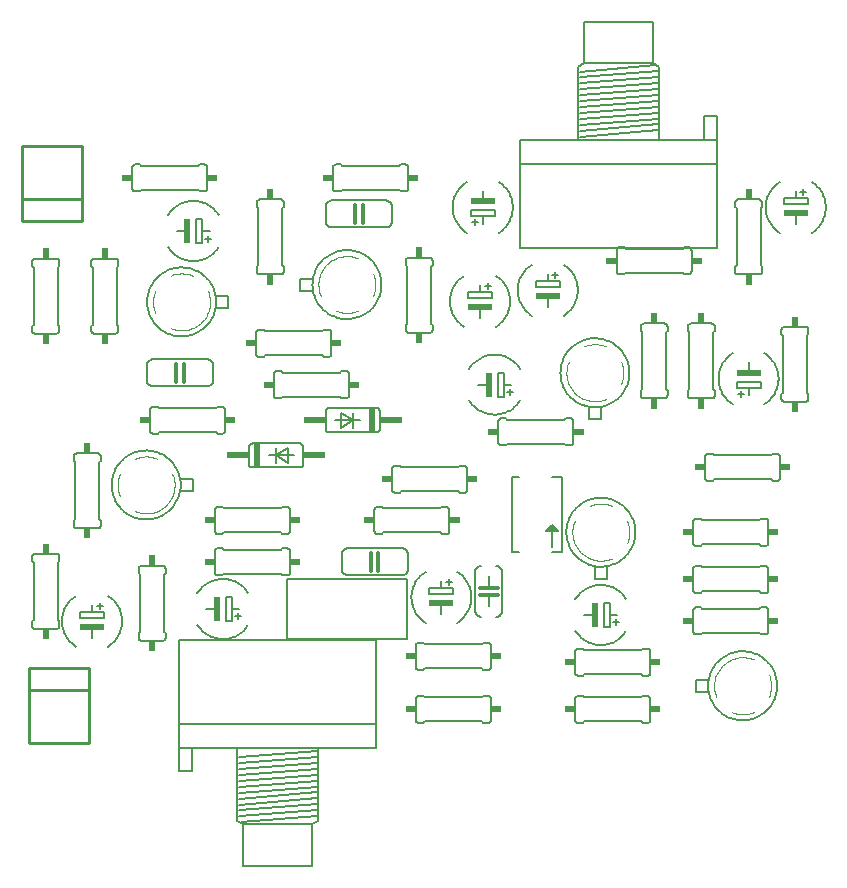
<source format=gto>
G75*
G70*
%OFA0B0*%
%FSLAX24Y24*%
%IPPOS*%
%LPD*%
%AMOC8*
5,1,8,0,0,1.08239X$1,22.5*
%
%ADD10C,0.0060*%
%ADD11R,0.0200X0.0800*%
%ADD12R,0.0340X0.0240*%
%ADD13R,0.0240X0.0340*%
%ADD14C,0.0050*%
%ADD15C,0.0020*%
%ADD16C,0.0120*%
%ADD17R,0.0800X0.0200*%
%ADD18C,0.0080*%
%ADD19R,0.0750X0.0200*%
%ADD20C,0.0100*%
D10*
X008488Y007642D02*
X009188Y007642D01*
X009205Y007644D01*
X009222Y007648D01*
X009238Y007655D01*
X009252Y007665D01*
X009265Y007678D01*
X009275Y007692D01*
X009282Y007708D01*
X009286Y007725D01*
X009288Y007742D01*
X009288Y007892D01*
X009238Y007942D01*
X009238Y009842D01*
X009288Y009892D01*
X009288Y010042D01*
X009286Y010059D01*
X009282Y010076D01*
X009275Y010092D01*
X009265Y010106D01*
X009252Y010119D01*
X009238Y010129D01*
X009222Y010136D01*
X009205Y010140D01*
X009188Y010142D01*
X008488Y010142D01*
X008471Y010140D01*
X008454Y010136D01*
X008438Y010129D01*
X008424Y010119D01*
X008411Y010106D01*
X008401Y010092D01*
X008394Y010076D01*
X008390Y010059D01*
X008388Y010042D01*
X008388Y009892D01*
X008438Y009842D01*
X008438Y007942D01*
X008388Y007892D01*
X008388Y007742D01*
X008390Y007725D01*
X008394Y007708D01*
X008401Y007692D01*
X008411Y007678D01*
X008424Y007665D01*
X008438Y007655D01*
X008454Y007648D01*
X008471Y007644D01*
X008488Y007642D01*
X007238Y008390D02*
X007238Y008590D01*
X006838Y008590D01*
X006438Y008590D01*
X006438Y008390D01*
X007238Y008390D01*
X007088Y008690D02*
X007088Y008890D01*
X006988Y008790D02*
X007188Y008790D01*
X006838Y008840D02*
X006838Y008590D01*
X006309Y009139D02*
X006258Y009105D01*
X006209Y009068D01*
X006163Y009027D01*
X006119Y008985D01*
X006077Y008939D01*
X006039Y008891D01*
X006003Y008841D01*
X005971Y008789D01*
X005942Y008735D01*
X005917Y008679D01*
X005895Y008621D01*
X005876Y008563D01*
X005861Y008503D01*
X005850Y008443D01*
X005842Y008382D01*
X005838Y008321D01*
X005838Y008259D01*
X005842Y008198D01*
X005850Y008137D01*
X005861Y008077D01*
X005876Y008017D01*
X005895Y007959D01*
X005917Y007901D01*
X005942Y007845D01*
X005971Y007791D01*
X006003Y007739D01*
X006039Y007689D01*
X006077Y007641D01*
X006119Y007595D01*
X006163Y007553D01*
X006209Y007512D01*
X006258Y007475D01*
X006309Y007441D01*
X006838Y007740D02*
X006838Y008040D01*
X007367Y007441D02*
X007418Y007475D01*
X007467Y007512D01*
X007513Y007553D01*
X007557Y007595D01*
X007599Y007641D01*
X007637Y007689D01*
X007673Y007739D01*
X007705Y007791D01*
X007734Y007845D01*
X007759Y007901D01*
X007781Y007959D01*
X007800Y008017D01*
X007815Y008077D01*
X007826Y008137D01*
X007834Y008198D01*
X007838Y008259D01*
X007838Y008321D01*
X007834Y008382D01*
X007826Y008443D01*
X007815Y008503D01*
X007800Y008563D01*
X007781Y008621D01*
X007759Y008679D01*
X007734Y008735D01*
X007705Y008789D01*
X007673Y008841D01*
X007637Y008891D01*
X007599Y008939D01*
X007557Y008985D01*
X007513Y009027D01*
X007467Y009068D01*
X007418Y009105D01*
X007367Y009139D01*
X005745Y008286D02*
X005745Y008136D01*
X005743Y008119D01*
X005739Y008102D01*
X005732Y008086D01*
X005722Y008072D01*
X005709Y008059D01*
X005695Y008049D01*
X005679Y008042D01*
X005662Y008038D01*
X005645Y008036D01*
X004945Y008036D01*
X004928Y008038D01*
X004911Y008042D01*
X004895Y008049D01*
X004881Y008059D01*
X004868Y008072D01*
X004858Y008086D01*
X004851Y008102D01*
X004847Y008119D01*
X004845Y008136D01*
X004845Y008286D01*
X004895Y008336D01*
X004895Y010236D01*
X004845Y010286D01*
X004845Y010436D01*
X004847Y010453D01*
X004851Y010470D01*
X004858Y010486D01*
X004868Y010500D01*
X004881Y010513D01*
X004895Y010523D01*
X004911Y010530D01*
X004928Y010534D01*
X004945Y010536D01*
X005645Y010536D01*
X005662Y010534D01*
X005679Y010530D01*
X005695Y010523D01*
X005709Y010513D01*
X005722Y010500D01*
X005732Y010486D01*
X005739Y010470D01*
X005743Y010453D01*
X005745Y010436D01*
X005745Y010286D01*
X005695Y010236D01*
X005695Y008336D01*
X005745Y008286D01*
X006323Y011382D02*
X007023Y011382D01*
X007040Y011384D01*
X007057Y011388D01*
X007073Y011395D01*
X007087Y011405D01*
X007100Y011418D01*
X007110Y011432D01*
X007117Y011448D01*
X007121Y011465D01*
X007123Y011482D01*
X007123Y011632D01*
X007073Y011682D01*
X007073Y013582D01*
X007123Y013632D01*
X007123Y013782D01*
X007121Y013799D01*
X007117Y013816D01*
X007110Y013832D01*
X007100Y013846D01*
X007087Y013859D01*
X007073Y013869D01*
X007057Y013876D01*
X007040Y013880D01*
X007023Y013882D01*
X006323Y013882D01*
X006306Y013880D01*
X006289Y013876D01*
X006273Y013869D01*
X006259Y013859D01*
X006246Y013846D01*
X006236Y013832D01*
X006229Y013816D01*
X006225Y013799D01*
X006223Y013782D01*
X006223Y013632D01*
X006273Y013582D01*
X006273Y011682D01*
X006223Y011632D01*
X006223Y011482D01*
X006225Y011465D01*
X006229Y011448D01*
X006236Y011432D01*
X006246Y011418D01*
X006259Y011405D01*
X006273Y011395D01*
X006289Y011388D01*
X006306Y011384D01*
X006323Y011382D01*
X008870Y014544D02*
X009020Y014544D01*
X009070Y014594D01*
X010970Y014594D01*
X011020Y014544D01*
X011170Y014544D01*
X011187Y014546D01*
X011204Y014550D01*
X011220Y014557D01*
X011234Y014567D01*
X011247Y014580D01*
X011257Y014594D01*
X011264Y014610D01*
X011268Y014627D01*
X011270Y014644D01*
X011270Y015344D01*
X011268Y015361D01*
X011264Y015378D01*
X011257Y015394D01*
X011247Y015408D01*
X011234Y015421D01*
X011220Y015431D01*
X011204Y015438D01*
X011187Y015442D01*
X011170Y015444D01*
X011020Y015444D01*
X010970Y015394D01*
X009070Y015394D01*
X009020Y015444D01*
X008870Y015444D01*
X008853Y015442D01*
X008836Y015438D01*
X008820Y015431D01*
X008806Y015421D01*
X008793Y015408D01*
X008783Y015394D01*
X008776Y015378D01*
X008772Y015361D01*
X008770Y015344D01*
X008770Y014644D01*
X008772Y014627D01*
X008776Y014610D01*
X008783Y014594D01*
X008793Y014580D01*
X008806Y014567D01*
X008820Y014557D01*
X008836Y014550D01*
X008853Y014546D01*
X008870Y014544D01*
X008870Y016119D02*
X010670Y016119D01*
X010696Y016121D01*
X010722Y016126D01*
X010747Y016134D01*
X010770Y016146D01*
X010792Y016160D01*
X010811Y016178D01*
X010829Y016197D01*
X010843Y016219D01*
X010855Y016242D01*
X010863Y016267D01*
X010868Y016293D01*
X010870Y016319D01*
X010870Y016819D01*
X010868Y016845D01*
X010863Y016871D01*
X010855Y016896D01*
X010843Y016919D01*
X010829Y016941D01*
X010811Y016960D01*
X010792Y016978D01*
X010770Y016992D01*
X010747Y017004D01*
X010722Y017012D01*
X010696Y017017D01*
X010670Y017019D01*
X008870Y017019D01*
X008844Y017017D01*
X008818Y017012D01*
X008793Y017004D01*
X008770Y016992D01*
X008748Y016978D01*
X008729Y016960D01*
X008711Y016941D01*
X008697Y016919D01*
X008685Y016896D01*
X008677Y016871D01*
X008672Y016845D01*
X008670Y016819D01*
X008670Y016319D01*
X008672Y016293D01*
X008677Y016267D01*
X008685Y016242D01*
X008697Y016219D01*
X008711Y016197D01*
X008729Y016178D01*
X008748Y016160D01*
X008770Y016146D01*
X008793Y016134D01*
X008818Y016126D01*
X008844Y016121D01*
X008870Y016119D01*
X007614Y017878D02*
X006914Y017878D01*
X006897Y017880D01*
X006880Y017884D01*
X006864Y017891D01*
X006850Y017901D01*
X006837Y017914D01*
X006827Y017928D01*
X006820Y017944D01*
X006816Y017961D01*
X006814Y017978D01*
X006814Y018128D01*
X006864Y018178D01*
X006864Y020078D01*
X006814Y020128D01*
X006814Y020278D01*
X006816Y020295D01*
X006820Y020312D01*
X006827Y020328D01*
X006837Y020342D01*
X006850Y020355D01*
X006864Y020365D01*
X006880Y020372D01*
X006897Y020376D01*
X006914Y020378D01*
X007614Y020378D01*
X007631Y020376D01*
X007648Y020372D01*
X007664Y020365D01*
X007678Y020355D01*
X007691Y020342D01*
X007701Y020328D01*
X007708Y020312D01*
X007712Y020295D01*
X007714Y020278D01*
X007714Y020128D01*
X007664Y020078D01*
X007664Y018178D01*
X007714Y018128D01*
X007714Y017978D01*
X007712Y017961D01*
X007708Y017944D01*
X007701Y017928D01*
X007691Y017914D01*
X007678Y017901D01*
X007664Y017891D01*
X007648Y017884D01*
X007631Y017880D01*
X007614Y017878D01*
X005745Y017978D02*
X005745Y018128D01*
X005695Y018178D01*
X005695Y020078D01*
X005745Y020128D01*
X005745Y020278D01*
X005743Y020295D01*
X005739Y020312D01*
X005732Y020328D01*
X005722Y020342D01*
X005709Y020355D01*
X005695Y020365D01*
X005679Y020372D01*
X005662Y020376D01*
X005645Y020378D01*
X004945Y020378D01*
X004928Y020376D01*
X004911Y020372D01*
X004895Y020365D01*
X004881Y020355D01*
X004868Y020342D01*
X004858Y020328D01*
X004851Y020312D01*
X004847Y020295D01*
X004845Y020278D01*
X004845Y020128D01*
X004895Y020078D01*
X004895Y018178D01*
X004845Y018128D01*
X004845Y017978D01*
X004847Y017961D01*
X004851Y017944D01*
X004858Y017928D01*
X004868Y017914D01*
X004881Y017901D01*
X004895Y017891D01*
X004911Y017884D01*
X004928Y017880D01*
X004945Y017878D01*
X005645Y017878D01*
X005662Y017880D01*
X005679Y017884D01*
X005695Y017891D01*
X005709Y017901D01*
X005722Y017914D01*
X005732Y017928D01*
X005739Y017944D01*
X005743Y017961D01*
X005745Y017978D01*
X009666Y021294D02*
X009966Y021294D01*
X009367Y021823D02*
X009401Y021874D01*
X009438Y021923D01*
X009479Y021969D01*
X009521Y022013D01*
X009567Y022055D01*
X009615Y022093D01*
X009665Y022129D01*
X009717Y022161D01*
X009771Y022190D01*
X009827Y022215D01*
X009885Y022237D01*
X009943Y022256D01*
X010003Y022271D01*
X010063Y022282D01*
X010124Y022290D01*
X010185Y022294D01*
X010247Y022294D01*
X010308Y022290D01*
X010369Y022282D01*
X010429Y022271D01*
X010489Y022256D01*
X010547Y022237D01*
X010605Y022215D01*
X010661Y022190D01*
X010715Y022161D01*
X010767Y022129D01*
X010817Y022093D01*
X010865Y022055D01*
X010911Y022013D01*
X010953Y021969D01*
X010994Y021923D01*
X011031Y021874D01*
X011065Y021823D01*
X010516Y021694D02*
X010316Y021694D01*
X010316Y020894D01*
X010516Y020894D01*
X010516Y021294D01*
X010516Y021694D01*
X010516Y021294D02*
X010766Y021294D01*
X010716Y021144D02*
X010716Y020944D01*
X010816Y021044D02*
X010616Y021044D01*
X011065Y020765D02*
X011031Y020714D01*
X010994Y020665D01*
X010953Y020619D01*
X010911Y020575D01*
X010865Y020533D01*
X010817Y020495D01*
X010767Y020459D01*
X010715Y020427D01*
X010661Y020398D01*
X010605Y020373D01*
X010547Y020351D01*
X010489Y020332D01*
X010429Y020317D01*
X010369Y020306D01*
X010308Y020298D01*
X010247Y020294D01*
X010185Y020294D01*
X010124Y020298D01*
X010063Y020306D01*
X010003Y020317D01*
X009943Y020332D01*
X009885Y020351D01*
X009827Y020373D01*
X009771Y020398D01*
X009717Y020427D01*
X009665Y020459D01*
X009615Y020495D01*
X009567Y020533D01*
X009521Y020575D01*
X009479Y020619D01*
X009438Y020665D01*
X009401Y020714D01*
X009367Y020765D01*
X008429Y022615D02*
X008279Y022615D01*
X008262Y022617D01*
X008245Y022621D01*
X008229Y022628D01*
X008215Y022638D01*
X008202Y022651D01*
X008192Y022665D01*
X008185Y022681D01*
X008181Y022698D01*
X008179Y022715D01*
X008179Y023415D01*
X008181Y023432D01*
X008185Y023449D01*
X008192Y023465D01*
X008202Y023479D01*
X008215Y023492D01*
X008229Y023502D01*
X008245Y023509D01*
X008262Y023513D01*
X008279Y023515D01*
X008429Y023515D01*
X008479Y023465D01*
X010379Y023465D01*
X010429Y023515D01*
X010579Y023515D01*
X010596Y023513D01*
X010613Y023509D01*
X010629Y023502D01*
X010643Y023492D01*
X010656Y023479D01*
X010666Y023465D01*
X010673Y023449D01*
X010677Y023432D01*
X010679Y023415D01*
X010679Y022715D01*
X010677Y022698D01*
X010673Y022681D01*
X010666Y022665D01*
X010656Y022651D01*
X010643Y022638D01*
X010629Y022628D01*
X010613Y022621D01*
X010596Y022617D01*
X010579Y022615D01*
X010429Y022615D01*
X010379Y022665D01*
X008479Y022665D01*
X008429Y022615D01*
X012325Y022247D02*
X012325Y022097D01*
X012375Y022047D01*
X012375Y020147D01*
X012325Y020097D01*
X012325Y019947D01*
X012327Y019930D01*
X012331Y019913D01*
X012338Y019897D01*
X012348Y019883D01*
X012361Y019870D01*
X012375Y019860D01*
X012391Y019853D01*
X012408Y019849D01*
X012425Y019847D01*
X013125Y019847D01*
X013142Y019849D01*
X013159Y019853D01*
X013175Y019860D01*
X013189Y019870D01*
X013202Y019883D01*
X013212Y019897D01*
X013219Y019913D01*
X013223Y019930D01*
X013225Y019947D01*
X013225Y020097D01*
X013175Y020147D01*
X013175Y022047D01*
X013225Y022097D01*
X013225Y022247D01*
X013223Y022264D01*
X013219Y022281D01*
X013212Y022297D01*
X013202Y022311D01*
X013189Y022324D01*
X013175Y022334D01*
X013159Y022341D01*
X013142Y022345D01*
X013125Y022347D01*
X012425Y022347D01*
X012408Y022345D01*
X012391Y022341D01*
X012375Y022334D01*
X012361Y022324D01*
X012348Y022311D01*
X012338Y022297D01*
X012331Y022281D01*
X012327Y022264D01*
X012325Y022247D01*
X014630Y022114D02*
X014630Y021614D01*
X014632Y021588D01*
X014637Y021562D01*
X014645Y021537D01*
X014657Y021514D01*
X014671Y021492D01*
X014689Y021473D01*
X014708Y021455D01*
X014730Y021441D01*
X014753Y021429D01*
X014778Y021421D01*
X014804Y021416D01*
X014830Y021414D01*
X016630Y021414D01*
X016656Y021416D01*
X016682Y021421D01*
X016707Y021429D01*
X016730Y021441D01*
X016752Y021455D01*
X016771Y021473D01*
X016789Y021492D01*
X016803Y021514D01*
X016815Y021537D01*
X016823Y021562D01*
X016828Y021588D01*
X016830Y021614D01*
X016830Y022114D01*
X016828Y022140D01*
X016823Y022166D01*
X016815Y022191D01*
X016803Y022214D01*
X016789Y022236D01*
X016771Y022255D01*
X016752Y022273D01*
X016730Y022287D01*
X016707Y022299D01*
X016682Y022307D01*
X016656Y022312D01*
X016630Y022314D01*
X014830Y022314D01*
X014804Y022312D01*
X014778Y022307D01*
X014753Y022299D01*
X014730Y022287D01*
X014708Y022273D01*
X014689Y022255D01*
X014671Y022236D01*
X014657Y022214D01*
X014645Y022191D01*
X014637Y022166D01*
X014632Y022140D01*
X014630Y022114D01*
X014972Y022615D02*
X015122Y022615D01*
X015172Y022665D01*
X017072Y022665D01*
X017122Y022615D01*
X017272Y022615D01*
X017289Y022617D01*
X017306Y022621D01*
X017322Y022628D01*
X017336Y022638D01*
X017349Y022651D01*
X017359Y022665D01*
X017366Y022681D01*
X017370Y022698D01*
X017372Y022715D01*
X017372Y023415D01*
X017370Y023432D01*
X017366Y023449D01*
X017359Y023465D01*
X017349Y023479D01*
X017336Y023492D01*
X017322Y023502D01*
X017306Y023509D01*
X017289Y023513D01*
X017272Y023515D01*
X017122Y023515D01*
X017072Y023465D01*
X015172Y023465D01*
X015122Y023515D01*
X014972Y023515D01*
X014955Y023513D01*
X014938Y023509D01*
X014922Y023502D01*
X014908Y023492D01*
X014895Y023479D01*
X014885Y023465D01*
X014878Y023449D01*
X014874Y023432D01*
X014872Y023415D01*
X014872Y022715D01*
X014874Y022698D01*
X014878Y022681D01*
X014885Y022665D01*
X014895Y022651D01*
X014908Y022638D01*
X014922Y022628D01*
X014938Y022621D01*
X014955Y022617D01*
X014972Y022615D01*
X017290Y020309D02*
X017290Y020159D01*
X017340Y020109D01*
X017340Y018209D01*
X017290Y018159D01*
X017290Y018009D01*
X017292Y017992D01*
X017296Y017975D01*
X017303Y017959D01*
X017313Y017945D01*
X017326Y017932D01*
X017340Y017922D01*
X017356Y017915D01*
X017373Y017911D01*
X017390Y017909D01*
X018090Y017909D01*
X018107Y017911D01*
X018124Y017915D01*
X018140Y017922D01*
X018154Y017932D01*
X018167Y017945D01*
X018177Y017959D01*
X018184Y017975D01*
X018188Y017992D01*
X018190Y018009D01*
X018190Y018159D01*
X018140Y018209D01*
X018140Y020109D01*
X018190Y020159D01*
X018190Y020309D01*
X018188Y020326D01*
X018184Y020343D01*
X018177Y020359D01*
X018167Y020373D01*
X018154Y020386D01*
X018140Y020396D01*
X018124Y020403D01*
X018107Y020407D01*
X018090Y020409D01*
X017390Y020409D01*
X017373Y020407D01*
X017356Y020403D01*
X017340Y020396D01*
X017326Y020386D01*
X017313Y020373D01*
X017303Y020359D01*
X017296Y020343D01*
X017292Y020326D01*
X017290Y020309D01*
X019372Y019251D02*
X019372Y019051D01*
X020172Y019051D01*
X020172Y019251D01*
X019772Y019251D01*
X019372Y019251D01*
X019772Y019251D02*
X019772Y019501D01*
X019922Y019451D02*
X020122Y019451D01*
X020022Y019551D02*
X020022Y019351D01*
X019243Y019800D02*
X019192Y019766D01*
X019143Y019729D01*
X019097Y019688D01*
X019053Y019646D01*
X019011Y019600D01*
X018973Y019552D01*
X018937Y019502D01*
X018905Y019450D01*
X018876Y019396D01*
X018851Y019340D01*
X018829Y019282D01*
X018810Y019224D01*
X018795Y019164D01*
X018784Y019104D01*
X018776Y019043D01*
X018772Y018982D01*
X018772Y018920D01*
X018776Y018859D01*
X018784Y018798D01*
X018795Y018738D01*
X018810Y018678D01*
X018829Y018620D01*
X018851Y018562D01*
X018876Y018506D01*
X018905Y018452D01*
X018937Y018400D01*
X018973Y018350D01*
X019011Y018302D01*
X019053Y018256D01*
X019097Y018214D01*
X019143Y018173D01*
X019192Y018136D01*
X019243Y018102D01*
X019772Y018401D02*
X019772Y018701D01*
X020301Y018102D02*
X020352Y018136D01*
X020401Y018173D01*
X020447Y018214D01*
X020491Y018256D01*
X020533Y018302D01*
X020571Y018350D01*
X020607Y018400D01*
X020639Y018452D01*
X020668Y018506D01*
X020693Y018562D01*
X020715Y018620D01*
X020734Y018678D01*
X020749Y018738D01*
X020760Y018798D01*
X020768Y018859D01*
X020772Y018920D01*
X020772Y018982D01*
X020768Y019043D01*
X020760Y019104D01*
X020749Y019164D01*
X020734Y019224D01*
X020715Y019282D01*
X020693Y019340D01*
X020668Y019396D01*
X020639Y019450D01*
X020607Y019502D01*
X020571Y019552D01*
X020533Y019600D01*
X020491Y019646D01*
X020447Y019688D01*
X020401Y019729D01*
X020352Y019766D01*
X020301Y019800D01*
X021627Y019625D02*
X021627Y019425D01*
X022427Y019425D01*
X022427Y019625D01*
X022027Y019625D01*
X021627Y019625D01*
X022027Y019625D02*
X022027Y019875D01*
X022177Y019825D02*
X022377Y019825D01*
X022277Y019925D02*
X022277Y019725D01*
X021498Y020174D02*
X021447Y020140D01*
X021398Y020103D01*
X021352Y020062D01*
X021308Y020020D01*
X021266Y019974D01*
X021228Y019926D01*
X021192Y019876D01*
X021160Y019824D01*
X021131Y019770D01*
X021106Y019714D01*
X021084Y019656D01*
X021065Y019598D01*
X021050Y019538D01*
X021039Y019478D01*
X021031Y019417D01*
X021027Y019356D01*
X021027Y019294D01*
X021031Y019233D01*
X021039Y019172D01*
X021050Y019112D01*
X021065Y019052D01*
X021084Y018994D01*
X021106Y018936D01*
X021131Y018880D01*
X021160Y018826D01*
X021192Y018774D01*
X021228Y018724D01*
X021266Y018676D01*
X021308Y018630D01*
X021352Y018588D01*
X021398Y018547D01*
X021447Y018510D01*
X021498Y018476D01*
X022027Y018775D02*
X022027Y019075D01*
X022556Y018476D02*
X022607Y018510D01*
X022656Y018547D01*
X022702Y018588D01*
X022746Y018630D01*
X022788Y018676D01*
X022826Y018724D01*
X022862Y018774D01*
X022894Y018826D01*
X022923Y018880D01*
X022948Y018936D01*
X022970Y018994D01*
X022989Y019052D01*
X023004Y019112D01*
X023015Y019172D01*
X023023Y019233D01*
X023027Y019294D01*
X023027Y019356D01*
X023023Y019417D01*
X023015Y019478D01*
X023004Y019538D01*
X022989Y019598D01*
X022970Y019656D01*
X022948Y019714D01*
X022923Y019770D01*
X022894Y019824D01*
X022862Y019876D01*
X022826Y019926D01*
X022788Y019974D01*
X022746Y020020D01*
X022702Y020062D01*
X022656Y020103D01*
X022607Y020140D01*
X022556Y020174D01*
X024321Y019959D02*
X024321Y020659D01*
X024323Y020676D01*
X024327Y020693D01*
X024334Y020709D01*
X024344Y020723D01*
X024357Y020736D01*
X024371Y020746D01*
X024387Y020753D01*
X024404Y020757D01*
X024421Y020759D01*
X024571Y020759D01*
X024621Y020709D01*
X026521Y020709D01*
X026571Y020759D01*
X026721Y020759D01*
X026738Y020757D01*
X026755Y020753D01*
X026771Y020746D01*
X026785Y020736D01*
X026798Y020723D01*
X026808Y020709D01*
X026815Y020693D01*
X026819Y020676D01*
X026821Y020659D01*
X026821Y019959D01*
X026819Y019942D01*
X026815Y019925D01*
X026808Y019909D01*
X026798Y019895D01*
X026785Y019882D01*
X026771Y019872D01*
X026755Y019865D01*
X026738Y019861D01*
X026721Y019859D01*
X026571Y019859D01*
X026521Y019909D01*
X024621Y019909D01*
X024571Y019859D01*
X024421Y019859D01*
X024404Y019861D01*
X024387Y019865D01*
X024371Y019872D01*
X024357Y019882D01*
X024344Y019895D01*
X024334Y019909D01*
X024327Y019925D01*
X024323Y019942D01*
X024321Y019959D01*
X025221Y018213D02*
X025921Y018213D01*
X025938Y018211D01*
X025955Y018207D01*
X025971Y018200D01*
X025985Y018190D01*
X025998Y018177D01*
X026008Y018163D01*
X026015Y018147D01*
X026019Y018130D01*
X026021Y018113D01*
X026021Y017963D01*
X025971Y017913D01*
X025971Y016013D01*
X026021Y015963D01*
X026021Y015813D01*
X026019Y015796D01*
X026015Y015779D01*
X026008Y015763D01*
X025998Y015749D01*
X025985Y015736D01*
X025971Y015726D01*
X025955Y015719D01*
X025938Y015715D01*
X025921Y015713D01*
X025221Y015713D01*
X025204Y015715D01*
X025187Y015719D01*
X025171Y015726D01*
X025157Y015736D01*
X025144Y015749D01*
X025134Y015763D01*
X025127Y015779D01*
X025123Y015796D01*
X025121Y015813D01*
X025121Y015963D01*
X025171Y016013D01*
X025171Y017913D01*
X025121Y017963D01*
X025121Y018113D01*
X025123Y018130D01*
X025127Y018147D01*
X025134Y018163D01*
X025144Y018177D01*
X025157Y018190D01*
X025171Y018200D01*
X025187Y018207D01*
X025204Y018211D01*
X025221Y018213D01*
X026696Y018113D02*
X026696Y017963D01*
X026746Y017913D01*
X026746Y016013D01*
X026696Y015963D01*
X026696Y015813D01*
X026698Y015796D01*
X026702Y015779D01*
X026709Y015763D01*
X026719Y015749D01*
X026732Y015736D01*
X026746Y015726D01*
X026762Y015719D01*
X026779Y015715D01*
X026796Y015713D01*
X027496Y015713D01*
X027513Y015715D01*
X027530Y015719D01*
X027546Y015726D01*
X027560Y015736D01*
X027573Y015749D01*
X027583Y015763D01*
X027590Y015779D01*
X027594Y015796D01*
X027596Y015813D01*
X027596Y015963D01*
X027546Y016013D01*
X027546Y017913D01*
X027596Y017963D01*
X027596Y018113D01*
X027594Y018130D01*
X027590Y018147D01*
X027583Y018163D01*
X027573Y018177D01*
X027560Y018190D01*
X027546Y018200D01*
X027530Y018207D01*
X027513Y018211D01*
X027496Y018213D01*
X026796Y018213D01*
X026779Y018211D01*
X026762Y018207D01*
X026746Y018200D01*
X026732Y018190D01*
X026719Y018177D01*
X026709Y018163D01*
X026702Y018147D01*
X026698Y018130D01*
X026696Y018113D01*
X028720Y016922D02*
X028720Y016622D01*
X029249Y017221D02*
X029300Y017187D01*
X029349Y017150D01*
X029395Y017109D01*
X029439Y017067D01*
X029481Y017021D01*
X029519Y016973D01*
X029555Y016923D01*
X029587Y016871D01*
X029616Y016817D01*
X029641Y016761D01*
X029663Y016703D01*
X029682Y016645D01*
X029697Y016585D01*
X029708Y016525D01*
X029716Y016464D01*
X029720Y016403D01*
X029720Y016341D01*
X029716Y016280D01*
X029708Y016219D01*
X029697Y016159D01*
X029682Y016099D01*
X029663Y016041D01*
X029641Y015983D01*
X029616Y015927D01*
X029587Y015873D01*
X029555Y015821D01*
X029519Y015771D01*
X029481Y015723D01*
X029439Y015677D01*
X029395Y015635D01*
X029349Y015594D01*
X029300Y015557D01*
X029249Y015523D01*
X029818Y015707D02*
X029818Y015857D01*
X029868Y015907D01*
X029868Y017807D01*
X029818Y017857D01*
X029818Y018007D01*
X029820Y018024D01*
X029824Y018041D01*
X029831Y018057D01*
X029841Y018071D01*
X029854Y018084D01*
X029868Y018094D01*
X029884Y018101D01*
X029901Y018105D01*
X029918Y018107D01*
X030618Y018107D01*
X030635Y018105D01*
X030652Y018101D01*
X030668Y018094D01*
X030682Y018084D01*
X030695Y018071D01*
X030705Y018057D01*
X030712Y018041D01*
X030716Y018024D01*
X030718Y018007D01*
X030718Y017857D01*
X030668Y017807D01*
X030668Y015907D01*
X030718Y015857D01*
X030718Y015707D01*
X030716Y015690D01*
X030712Y015673D01*
X030705Y015657D01*
X030695Y015643D01*
X030682Y015630D01*
X030668Y015620D01*
X030652Y015613D01*
X030635Y015609D01*
X030618Y015607D01*
X029918Y015607D01*
X029901Y015609D01*
X029884Y015613D01*
X029868Y015620D01*
X029854Y015630D01*
X029841Y015643D01*
X029831Y015657D01*
X029824Y015673D01*
X029820Y015690D01*
X029818Y015707D01*
X029120Y016072D02*
X029120Y016272D01*
X028320Y016272D01*
X028320Y016072D01*
X028720Y016072D01*
X029120Y016072D01*
X028720Y016072D02*
X028720Y015822D01*
X028570Y015872D02*
X028370Y015872D01*
X028470Y015772D02*
X028470Y015972D01*
X028191Y015523D02*
X028140Y015557D01*
X028091Y015594D01*
X028045Y015635D01*
X028001Y015677D01*
X027959Y015723D01*
X027921Y015771D01*
X027885Y015821D01*
X027853Y015873D01*
X027824Y015927D01*
X027799Y015983D01*
X027777Y016041D01*
X027758Y016099D01*
X027743Y016159D01*
X027732Y016219D01*
X027724Y016280D01*
X027720Y016341D01*
X027720Y016403D01*
X027724Y016464D01*
X027732Y016525D01*
X027743Y016585D01*
X027758Y016645D01*
X027777Y016703D01*
X027799Y016761D01*
X027824Y016817D01*
X027853Y016871D01*
X027885Y016923D01*
X027921Y016973D01*
X027959Y017021D01*
X028001Y017067D01*
X028045Y017109D01*
X028091Y017150D01*
X028140Y017187D01*
X028191Y017221D01*
X028370Y019847D02*
X029070Y019847D01*
X029087Y019849D01*
X029104Y019853D01*
X029120Y019860D01*
X029134Y019870D01*
X029147Y019883D01*
X029157Y019897D01*
X029164Y019913D01*
X029168Y019930D01*
X029170Y019947D01*
X029170Y020097D01*
X029120Y020147D01*
X029120Y022047D01*
X029170Y022097D01*
X029170Y022247D01*
X029168Y022264D01*
X029164Y022281D01*
X029157Y022297D01*
X029147Y022311D01*
X029134Y022324D01*
X029120Y022334D01*
X029104Y022341D01*
X029087Y022345D01*
X029070Y022347D01*
X028370Y022347D01*
X028353Y022345D01*
X028336Y022341D01*
X028320Y022334D01*
X028306Y022324D01*
X028293Y022311D01*
X028283Y022297D01*
X028276Y022281D01*
X028272Y022264D01*
X028270Y022247D01*
X028270Y022097D01*
X028320Y022047D01*
X028320Y020147D01*
X028270Y020097D01*
X028270Y019947D01*
X028272Y019930D01*
X028276Y019913D01*
X028283Y019897D01*
X028293Y019883D01*
X028306Y019870D01*
X028320Y019860D01*
X028336Y019853D01*
X028353Y019849D01*
X028370Y019847D01*
X030295Y021531D02*
X030295Y021831D01*
X029766Y021232D02*
X029715Y021266D01*
X029666Y021303D01*
X029620Y021344D01*
X029576Y021386D01*
X029534Y021432D01*
X029496Y021480D01*
X029460Y021530D01*
X029428Y021582D01*
X029399Y021636D01*
X029374Y021692D01*
X029352Y021750D01*
X029333Y021808D01*
X029318Y021868D01*
X029307Y021928D01*
X029299Y021989D01*
X029295Y022050D01*
X029295Y022112D01*
X029299Y022173D01*
X029307Y022234D01*
X029318Y022294D01*
X029333Y022354D01*
X029352Y022412D01*
X029374Y022470D01*
X029399Y022526D01*
X029428Y022580D01*
X029460Y022632D01*
X029496Y022682D01*
X029534Y022730D01*
X029576Y022776D01*
X029620Y022818D01*
X029666Y022859D01*
X029715Y022896D01*
X029766Y022930D01*
X029895Y022381D02*
X029895Y022181D01*
X030695Y022181D01*
X030695Y022381D01*
X030295Y022381D01*
X029895Y022381D01*
X030295Y022381D02*
X030295Y022631D01*
X030445Y022581D02*
X030645Y022581D01*
X030545Y022681D02*
X030545Y022481D01*
X030824Y022930D02*
X030875Y022896D01*
X030924Y022859D01*
X030970Y022818D01*
X031014Y022776D01*
X031056Y022730D01*
X031094Y022682D01*
X031130Y022632D01*
X031162Y022580D01*
X031191Y022526D01*
X031216Y022470D01*
X031238Y022412D01*
X031257Y022354D01*
X031272Y022294D01*
X031283Y022234D01*
X031291Y022173D01*
X031295Y022112D01*
X031295Y022050D01*
X031291Y021989D01*
X031283Y021928D01*
X031272Y021868D01*
X031257Y021808D01*
X031238Y021750D01*
X031216Y021692D01*
X031191Y021636D01*
X031162Y021582D01*
X031130Y021530D01*
X031094Y021480D01*
X031056Y021432D01*
X031014Y021386D01*
X030970Y021344D01*
X030924Y021303D01*
X030875Y021266D01*
X030824Y021232D01*
X022884Y014951D02*
X022884Y014251D01*
X022882Y014234D01*
X022878Y014217D01*
X022871Y014201D01*
X022861Y014187D01*
X022848Y014174D01*
X022834Y014164D01*
X022818Y014157D01*
X022801Y014153D01*
X022784Y014151D01*
X022634Y014151D01*
X022584Y014201D01*
X020684Y014201D01*
X020634Y014151D01*
X020484Y014151D01*
X020467Y014153D01*
X020450Y014157D01*
X020434Y014164D01*
X020420Y014174D01*
X020407Y014187D01*
X020397Y014201D01*
X020390Y014217D01*
X020386Y014234D01*
X020384Y014251D01*
X020384Y014951D01*
X020386Y014968D01*
X020390Y014985D01*
X020397Y015001D01*
X020407Y015015D01*
X020420Y015028D01*
X020434Y015038D01*
X020450Y015045D01*
X020467Y015049D01*
X020484Y015051D01*
X020634Y015051D01*
X020684Y015001D01*
X022584Y015001D01*
X022634Y015051D01*
X022784Y015051D01*
X022801Y015049D01*
X022818Y015045D01*
X022834Y015038D01*
X022848Y015028D01*
X022861Y015015D01*
X022871Y015001D01*
X022878Y014985D01*
X022882Y014968D01*
X022884Y014951D01*
X022504Y013095D02*
X022184Y013095D01*
X022504Y013095D02*
X022504Y010595D01*
X022184Y010595D01*
X022184Y010745D02*
X022184Y011345D01*
X022334Y011345D01*
X022384Y011295D01*
X021984Y011295D01*
X022034Y011345D01*
X022184Y011345D01*
X022184Y011495D01*
X022134Y011445D01*
X022084Y011395D01*
X022034Y011345D01*
X022084Y011395D02*
X022284Y011395D01*
X022234Y011445D01*
X022134Y011445D01*
X022184Y011495D02*
X022234Y011445D01*
X022284Y011395D02*
X022334Y011345D01*
X021084Y010595D02*
X020834Y010595D01*
X020834Y013095D01*
X021084Y013095D01*
X019340Y013376D02*
X019340Y012676D01*
X019338Y012659D01*
X019334Y012642D01*
X019327Y012626D01*
X019317Y012612D01*
X019304Y012599D01*
X019290Y012589D01*
X019274Y012582D01*
X019257Y012578D01*
X019240Y012576D01*
X019090Y012576D01*
X019040Y012626D01*
X017140Y012626D01*
X017090Y012576D01*
X016940Y012576D01*
X016923Y012578D01*
X016906Y012582D01*
X016890Y012589D01*
X016876Y012599D01*
X016863Y012612D01*
X016853Y012626D01*
X016846Y012642D01*
X016842Y012659D01*
X016840Y012676D01*
X016840Y013376D01*
X016842Y013393D01*
X016846Y013410D01*
X016853Y013426D01*
X016863Y013440D01*
X016876Y013453D01*
X016890Y013463D01*
X016906Y013470D01*
X016923Y013474D01*
X016940Y013476D01*
X017090Y013476D01*
X017140Y013426D01*
X019040Y013426D01*
X019090Y013476D01*
X019240Y013476D01*
X019257Y013474D01*
X019274Y013470D01*
X019290Y013463D01*
X019304Y013453D01*
X019317Y013440D01*
X019327Y013426D01*
X019334Y013410D01*
X019338Y013393D01*
X019340Y013376D01*
X018650Y012098D02*
X018500Y012098D01*
X018450Y012048D01*
X016550Y012048D01*
X016500Y012098D01*
X016350Y012098D01*
X016333Y012096D01*
X016316Y012092D01*
X016300Y012085D01*
X016286Y012075D01*
X016273Y012062D01*
X016263Y012048D01*
X016256Y012032D01*
X016252Y012015D01*
X016250Y011998D01*
X016250Y011298D01*
X016252Y011281D01*
X016256Y011264D01*
X016263Y011248D01*
X016273Y011234D01*
X016286Y011221D01*
X016300Y011211D01*
X016316Y011204D01*
X016333Y011200D01*
X016350Y011198D01*
X016500Y011198D01*
X016550Y011248D01*
X018450Y011248D01*
X018500Y011198D01*
X018650Y011198D01*
X018667Y011200D01*
X018684Y011204D01*
X018700Y011211D01*
X018714Y011221D01*
X018727Y011234D01*
X018737Y011248D01*
X018744Y011264D01*
X018748Y011281D01*
X018750Y011298D01*
X018750Y011998D01*
X018748Y012015D01*
X018744Y012032D01*
X018737Y012048D01*
X018727Y012062D01*
X018714Y012075D01*
X018700Y012085D01*
X018684Y012092D01*
X018667Y012096D01*
X018650Y012098D01*
X017166Y010720D02*
X015366Y010720D01*
X015340Y010718D01*
X015314Y010713D01*
X015289Y010705D01*
X015266Y010693D01*
X015244Y010679D01*
X015225Y010661D01*
X015207Y010642D01*
X015193Y010620D01*
X015181Y010597D01*
X015173Y010572D01*
X015168Y010546D01*
X015166Y010520D01*
X015166Y010020D01*
X015168Y009994D01*
X015173Y009968D01*
X015181Y009943D01*
X015193Y009920D01*
X015207Y009898D01*
X015225Y009879D01*
X015244Y009861D01*
X015266Y009847D01*
X015289Y009835D01*
X015314Y009827D01*
X015340Y009822D01*
X015366Y009820D01*
X017166Y009820D01*
X017192Y009822D01*
X017218Y009827D01*
X017243Y009835D01*
X017266Y009847D01*
X017288Y009861D01*
X017307Y009879D01*
X017325Y009898D01*
X017339Y009920D01*
X017351Y009943D01*
X017359Y009968D01*
X017364Y009994D01*
X017366Y010020D01*
X017366Y010520D01*
X017364Y010546D01*
X017359Y010572D01*
X017351Y010597D01*
X017339Y010620D01*
X017325Y010642D01*
X017307Y010661D01*
X017288Y010679D01*
X017266Y010693D01*
X017243Y010705D01*
X017218Y010713D01*
X017192Y010718D01*
X017166Y010720D01*
X018084Y009389D02*
X018084Y009189D01*
X018884Y009189D01*
X018884Y009389D01*
X018484Y009389D01*
X018084Y009389D01*
X018484Y009389D02*
X018484Y009639D01*
X018634Y009589D02*
X018834Y009589D01*
X018734Y009689D02*
X018734Y009489D01*
X017955Y009938D02*
X017904Y009904D01*
X017855Y009867D01*
X017809Y009826D01*
X017765Y009784D01*
X017723Y009738D01*
X017685Y009690D01*
X017649Y009640D01*
X017617Y009588D01*
X017588Y009534D01*
X017563Y009478D01*
X017541Y009420D01*
X017522Y009362D01*
X017507Y009302D01*
X017496Y009242D01*
X017488Y009181D01*
X017484Y009120D01*
X017484Y009058D01*
X017488Y008997D01*
X017496Y008936D01*
X017507Y008876D01*
X017522Y008816D01*
X017541Y008758D01*
X017563Y008700D01*
X017588Y008644D01*
X017617Y008590D01*
X017649Y008538D01*
X017685Y008488D01*
X017723Y008440D01*
X017765Y008394D01*
X017809Y008352D01*
X017855Y008311D01*
X017904Y008274D01*
X017955Y008240D01*
X018484Y008539D02*
X018484Y008839D01*
X019013Y008240D02*
X019064Y008274D01*
X019113Y008311D01*
X019159Y008352D01*
X019203Y008394D01*
X019245Y008440D01*
X019283Y008488D01*
X019319Y008538D01*
X019351Y008590D01*
X019380Y008644D01*
X019405Y008700D01*
X019427Y008758D01*
X019446Y008816D01*
X019461Y008876D01*
X019472Y008936D01*
X019480Y008997D01*
X019484Y009058D01*
X019484Y009120D01*
X019480Y009181D01*
X019472Y009242D01*
X019461Y009302D01*
X019446Y009362D01*
X019427Y009420D01*
X019405Y009478D01*
X019380Y009534D01*
X019351Y009588D01*
X019319Y009640D01*
X019283Y009690D01*
X019245Y009738D01*
X019203Y009784D01*
X019159Y009826D01*
X019113Y009867D01*
X019064Y009904D01*
X019013Y009938D01*
X019609Y009936D02*
X019609Y008636D01*
X019611Y008610D01*
X019616Y008584D01*
X019624Y008559D01*
X019636Y008536D01*
X019650Y008514D01*
X019668Y008495D01*
X019687Y008477D01*
X019709Y008463D01*
X019732Y008451D01*
X019757Y008443D01*
X019783Y008438D01*
X019809Y008436D01*
X020059Y008786D02*
X020059Y009156D01*
X020059Y009406D02*
X020059Y009786D01*
X020309Y010136D02*
X020335Y010134D01*
X020361Y010129D01*
X020386Y010121D01*
X020409Y010109D01*
X020431Y010095D01*
X020450Y010077D01*
X020468Y010058D01*
X020482Y010036D01*
X020494Y010013D01*
X020502Y009988D01*
X020507Y009962D01*
X020509Y009936D01*
X020509Y008636D01*
X020507Y008610D01*
X020502Y008584D01*
X020494Y008559D01*
X020482Y008536D01*
X020468Y008514D01*
X020450Y008495D01*
X020431Y008477D01*
X020409Y008463D01*
X020386Y008451D01*
X020361Y008443D01*
X020335Y008438D01*
X020309Y008436D01*
X020028Y007570D02*
X019878Y007570D01*
X019828Y007520D01*
X017928Y007520D01*
X017878Y007570D01*
X017728Y007570D01*
X017711Y007568D01*
X017694Y007564D01*
X017678Y007557D01*
X017664Y007547D01*
X017651Y007534D01*
X017641Y007520D01*
X017634Y007504D01*
X017630Y007487D01*
X017628Y007470D01*
X017628Y006770D01*
X017630Y006753D01*
X017634Y006736D01*
X017641Y006720D01*
X017651Y006706D01*
X017664Y006693D01*
X017678Y006683D01*
X017694Y006676D01*
X017711Y006672D01*
X017728Y006670D01*
X017878Y006670D01*
X017928Y006720D01*
X019828Y006720D01*
X019878Y006670D01*
X020028Y006670D01*
X020045Y006672D01*
X020062Y006676D01*
X020078Y006683D01*
X020092Y006693D01*
X020105Y006706D01*
X020115Y006720D01*
X020122Y006736D01*
X020126Y006753D01*
X020128Y006770D01*
X020128Y007470D01*
X020126Y007487D01*
X020122Y007504D01*
X020115Y007520D01*
X020105Y007534D01*
X020092Y007547D01*
X020078Y007557D01*
X020062Y007564D01*
X020045Y007568D01*
X020028Y007570D01*
X020028Y005799D02*
X019878Y005799D01*
X019828Y005749D01*
X017928Y005749D01*
X017878Y005799D01*
X017728Y005799D01*
X017711Y005797D01*
X017694Y005793D01*
X017678Y005786D01*
X017664Y005776D01*
X017651Y005763D01*
X017641Y005749D01*
X017634Y005733D01*
X017630Y005716D01*
X017628Y005699D01*
X017628Y004999D01*
X017630Y004982D01*
X017634Y004965D01*
X017641Y004949D01*
X017651Y004935D01*
X017664Y004922D01*
X017678Y004912D01*
X017694Y004905D01*
X017711Y004901D01*
X017728Y004899D01*
X017878Y004899D01*
X017928Y004949D01*
X019828Y004949D01*
X019878Y004899D01*
X020028Y004899D01*
X020045Y004901D01*
X020062Y004905D01*
X020078Y004912D01*
X020092Y004922D01*
X020105Y004935D01*
X020115Y004949D01*
X020122Y004965D01*
X020126Y004982D01*
X020128Y004999D01*
X020128Y005699D01*
X020126Y005716D01*
X020122Y005733D01*
X020115Y005749D01*
X020105Y005763D01*
X020092Y005776D01*
X020078Y005786D01*
X020062Y005793D01*
X020045Y005797D01*
X020028Y005799D01*
X022943Y005699D02*
X022943Y004999D01*
X022945Y004982D01*
X022949Y004965D01*
X022956Y004949D01*
X022966Y004935D01*
X022979Y004922D01*
X022993Y004912D01*
X023009Y004905D01*
X023026Y004901D01*
X023043Y004899D01*
X023193Y004899D01*
X023243Y004949D01*
X025143Y004949D01*
X025193Y004899D01*
X025343Y004899D01*
X025360Y004901D01*
X025377Y004905D01*
X025393Y004912D01*
X025407Y004922D01*
X025420Y004935D01*
X025430Y004949D01*
X025437Y004965D01*
X025441Y004982D01*
X025443Y004999D01*
X025443Y005699D01*
X025441Y005716D01*
X025437Y005733D01*
X025430Y005749D01*
X025420Y005763D01*
X025407Y005776D01*
X025393Y005786D01*
X025377Y005793D01*
X025360Y005797D01*
X025343Y005799D01*
X025193Y005799D01*
X025143Y005749D01*
X023243Y005749D01*
X023193Y005799D01*
X023043Y005799D01*
X023026Y005797D01*
X023009Y005793D01*
X022993Y005786D01*
X022979Y005776D01*
X022966Y005763D01*
X022956Y005749D01*
X022949Y005733D01*
X022945Y005716D01*
X022943Y005699D01*
X023043Y006473D02*
X023193Y006473D01*
X023243Y006523D01*
X025143Y006523D01*
X025193Y006473D01*
X025343Y006473D01*
X025360Y006475D01*
X025377Y006479D01*
X025393Y006486D01*
X025407Y006496D01*
X025420Y006509D01*
X025430Y006523D01*
X025437Y006539D01*
X025441Y006556D01*
X025443Y006573D01*
X025443Y007273D01*
X025441Y007290D01*
X025437Y007307D01*
X025430Y007323D01*
X025420Y007337D01*
X025407Y007350D01*
X025393Y007360D01*
X025377Y007367D01*
X025360Y007371D01*
X025343Y007373D01*
X025193Y007373D01*
X025143Y007323D01*
X023243Y007323D01*
X023193Y007373D01*
X023043Y007373D01*
X023026Y007371D01*
X023009Y007367D01*
X022993Y007360D01*
X022979Y007350D01*
X022966Y007337D01*
X022956Y007323D01*
X022949Y007307D01*
X022945Y007290D01*
X022943Y007273D01*
X022943Y006573D01*
X022945Y006556D01*
X022949Y006539D01*
X022956Y006523D01*
X022966Y006509D01*
X022979Y006496D01*
X022993Y006486D01*
X023009Y006479D01*
X023026Y006475D01*
X023043Y006473D01*
X023899Y008098D02*
X024099Y008098D01*
X024099Y008498D01*
X024099Y008898D01*
X023899Y008898D01*
X023899Y008098D01*
X024199Y008248D02*
X024399Y008248D01*
X024299Y008348D02*
X024299Y008148D01*
X024349Y008498D02*
X024099Y008498D01*
X024648Y009027D02*
X024614Y009078D01*
X024577Y009127D01*
X024536Y009173D01*
X024494Y009217D01*
X024448Y009259D01*
X024400Y009297D01*
X024350Y009333D01*
X024298Y009365D01*
X024244Y009394D01*
X024188Y009419D01*
X024130Y009441D01*
X024072Y009460D01*
X024012Y009475D01*
X023952Y009486D01*
X023891Y009494D01*
X023830Y009498D01*
X023768Y009498D01*
X023707Y009494D01*
X023646Y009486D01*
X023586Y009475D01*
X023526Y009460D01*
X023468Y009441D01*
X023410Y009419D01*
X023354Y009394D01*
X023300Y009365D01*
X023248Y009333D01*
X023198Y009297D01*
X023150Y009259D01*
X023104Y009217D01*
X023062Y009173D01*
X023021Y009127D01*
X022984Y009078D01*
X022950Y009027D01*
X023249Y008498D02*
X023549Y008498D01*
X022950Y007969D02*
X022984Y007918D01*
X023021Y007869D01*
X023062Y007823D01*
X023104Y007779D01*
X023150Y007737D01*
X023198Y007699D01*
X023248Y007663D01*
X023300Y007631D01*
X023354Y007602D01*
X023410Y007577D01*
X023468Y007555D01*
X023526Y007536D01*
X023586Y007521D01*
X023646Y007510D01*
X023707Y007502D01*
X023768Y007498D01*
X023830Y007498D01*
X023891Y007502D01*
X023952Y007510D01*
X024012Y007521D01*
X024072Y007536D01*
X024130Y007555D01*
X024188Y007577D01*
X024244Y007602D01*
X024298Y007631D01*
X024350Y007663D01*
X024400Y007699D01*
X024448Y007737D01*
X024494Y007779D01*
X024536Y007823D01*
X024577Y007869D01*
X024614Y007918D01*
X024648Y007969D01*
X026880Y007951D02*
X026880Y008651D01*
X026882Y008668D01*
X026886Y008685D01*
X026893Y008701D01*
X026903Y008715D01*
X026916Y008728D01*
X026930Y008738D01*
X026946Y008745D01*
X026963Y008749D01*
X026980Y008751D01*
X027130Y008751D01*
X027180Y008701D01*
X029080Y008701D01*
X029130Y008751D01*
X029280Y008751D01*
X029297Y008749D01*
X029314Y008745D01*
X029330Y008738D01*
X029344Y008728D01*
X029357Y008715D01*
X029367Y008701D01*
X029374Y008685D01*
X029378Y008668D01*
X029380Y008651D01*
X029380Y007951D01*
X029378Y007934D01*
X029374Y007917D01*
X029367Y007901D01*
X029357Y007887D01*
X029344Y007874D01*
X029330Y007864D01*
X029314Y007857D01*
X029297Y007853D01*
X029280Y007851D01*
X029130Y007851D01*
X029080Y007901D01*
X027180Y007901D01*
X027130Y007851D01*
X026980Y007851D01*
X026963Y007853D01*
X026946Y007857D01*
X026930Y007864D01*
X026916Y007874D01*
X026903Y007887D01*
X026893Y007901D01*
X026886Y007917D01*
X026882Y007934D01*
X026880Y007951D01*
X026980Y009229D02*
X027130Y009229D01*
X027180Y009279D01*
X029080Y009279D01*
X029130Y009229D01*
X029280Y009229D01*
X029297Y009231D01*
X029314Y009235D01*
X029330Y009242D01*
X029344Y009252D01*
X029357Y009265D01*
X029367Y009279D01*
X029374Y009295D01*
X029378Y009312D01*
X029380Y009329D01*
X029380Y010029D01*
X029378Y010046D01*
X029374Y010063D01*
X029367Y010079D01*
X029357Y010093D01*
X029344Y010106D01*
X029330Y010116D01*
X029314Y010123D01*
X029297Y010127D01*
X029280Y010129D01*
X029130Y010129D01*
X029080Y010079D01*
X027180Y010079D01*
X027130Y010129D01*
X026980Y010129D01*
X026963Y010127D01*
X026946Y010123D01*
X026930Y010116D01*
X026916Y010106D01*
X026903Y010093D01*
X026893Y010079D01*
X026886Y010063D01*
X026882Y010046D01*
X026880Y010029D01*
X026880Y009329D01*
X026882Y009312D01*
X026886Y009295D01*
X026893Y009279D01*
X026903Y009265D01*
X026916Y009252D01*
X026930Y009242D01*
X026946Y009235D01*
X026963Y009231D01*
X026980Y009229D01*
X026980Y010804D02*
X027130Y010804D01*
X027180Y010854D01*
X029080Y010854D01*
X029130Y010804D01*
X029280Y010804D01*
X029297Y010806D01*
X029314Y010810D01*
X029330Y010817D01*
X029344Y010827D01*
X029357Y010840D01*
X029367Y010854D01*
X029374Y010870D01*
X029378Y010887D01*
X029380Y010904D01*
X029380Y011604D01*
X029378Y011621D01*
X029374Y011638D01*
X029367Y011654D01*
X029357Y011668D01*
X029344Y011681D01*
X029330Y011691D01*
X029314Y011698D01*
X029297Y011702D01*
X029280Y011704D01*
X029130Y011704D01*
X029080Y011654D01*
X027180Y011654D01*
X027130Y011704D01*
X026980Y011704D01*
X026963Y011702D01*
X026946Y011698D01*
X026930Y011691D01*
X026916Y011681D01*
X026903Y011668D01*
X026893Y011654D01*
X026886Y011638D01*
X026882Y011621D01*
X026880Y011604D01*
X026880Y010904D01*
X026882Y010887D01*
X026886Y010870D01*
X026893Y010854D01*
X026903Y010840D01*
X026916Y010827D01*
X026930Y010817D01*
X026946Y010810D01*
X026963Y010806D01*
X026980Y010804D01*
X027373Y012970D02*
X027523Y012970D01*
X027573Y013020D01*
X029473Y013020D01*
X029523Y012970D01*
X029673Y012970D01*
X029690Y012972D01*
X029707Y012976D01*
X029723Y012983D01*
X029737Y012993D01*
X029750Y013006D01*
X029760Y013020D01*
X029767Y013036D01*
X029771Y013053D01*
X029773Y013070D01*
X029773Y013770D01*
X029771Y013787D01*
X029767Y013804D01*
X029760Y013820D01*
X029750Y013834D01*
X029737Y013847D01*
X029723Y013857D01*
X029707Y013864D01*
X029690Y013868D01*
X029673Y013870D01*
X029523Y013870D01*
X029473Y013820D01*
X027573Y013820D01*
X027523Y013870D01*
X027373Y013870D01*
X027356Y013868D01*
X027339Y013864D01*
X027323Y013857D01*
X027309Y013847D01*
X027296Y013834D01*
X027286Y013820D01*
X027279Y013804D01*
X027275Y013787D01*
X027273Y013770D01*
X027273Y013070D01*
X027275Y013053D01*
X027279Y013036D01*
X027286Y013020D01*
X027296Y013006D01*
X027309Y012993D01*
X027323Y012983D01*
X027339Y012976D01*
X027356Y012972D01*
X027373Y012970D01*
X020856Y015925D02*
X020656Y015925D01*
X020756Y016025D02*
X020756Y015825D01*
X020556Y015775D02*
X020556Y016175D01*
X020556Y016575D01*
X020356Y016575D01*
X020356Y015775D01*
X020556Y015775D01*
X020556Y016175D02*
X020806Y016175D01*
X021105Y016704D02*
X021071Y016755D01*
X021034Y016804D01*
X020993Y016850D01*
X020951Y016894D01*
X020905Y016936D01*
X020857Y016974D01*
X020807Y017010D01*
X020755Y017042D01*
X020701Y017071D01*
X020645Y017096D01*
X020587Y017118D01*
X020529Y017137D01*
X020469Y017152D01*
X020409Y017163D01*
X020348Y017171D01*
X020287Y017175D01*
X020225Y017175D01*
X020164Y017171D01*
X020103Y017163D01*
X020043Y017152D01*
X019983Y017137D01*
X019925Y017118D01*
X019867Y017096D01*
X019811Y017071D01*
X019757Y017042D01*
X019705Y017010D01*
X019655Y016974D01*
X019607Y016936D01*
X019561Y016894D01*
X019519Y016850D01*
X019478Y016804D01*
X019441Y016755D01*
X019407Y016704D01*
X019706Y016175D02*
X020006Y016175D01*
X019407Y015646D02*
X019441Y015595D01*
X019478Y015546D01*
X019519Y015500D01*
X019561Y015456D01*
X019607Y015414D01*
X019655Y015376D01*
X019705Y015340D01*
X019757Y015308D01*
X019811Y015279D01*
X019867Y015254D01*
X019925Y015232D01*
X019983Y015213D01*
X020043Y015198D01*
X020103Y015187D01*
X020164Y015179D01*
X020225Y015175D01*
X020287Y015175D01*
X020348Y015179D01*
X020409Y015187D01*
X020469Y015198D01*
X020529Y015213D01*
X020587Y015232D01*
X020645Y015254D01*
X020701Y015279D01*
X020755Y015308D01*
X020807Y015340D01*
X020857Y015376D01*
X020905Y015414D01*
X020951Y015456D01*
X020993Y015500D01*
X021034Y015546D01*
X021071Y015595D01*
X021105Y015646D01*
X016431Y015294D02*
X016431Y014694D01*
X016429Y014677D01*
X016425Y014660D01*
X016418Y014644D01*
X016408Y014630D01*
X016395Y014617D01*
X016381Y014607D01*
X016365Y014600D01*
X016348Y014596D01*
X016331Y014594D01*
X014731Y014594D01*
X014714Y014596D01*
X014697Y014600D01*
X014681Y014607D01*
X014667Y014617D01*
X014654Y014630D01*
X014644Y014644D01*
X014637Y014660D01*
X014633Y014677D01*
X014631Y014694D01*
X014631Y015294D01*
X014633Y015311D01*
X014637Y015328D01*
X014644Y015344D01*
X014654Y015358D01*
X014667Y015371D01*
X014681Y015381D01*
X014697Y015388D01*
X014714Y015392D01*
X014731Y015394D01*
X016331Y015394D01*
X016348Y015392D01*
X016365Y015388D01*
X016381Y015381D01*
X016395Y015371D01*
X016408Y015358D01*
X016418Y015344D01*
X016425Y015328D01*
X016429Y015311D01*
X016431Y015294D01*
X015781Y014994D02*
X015531Y014994D01*
X015531Y015244D01*
X015531Y014994D02*
X015531Y014744D01*
X015531Y014994D02*
X015131Y014744D01*
X015131Y015244D01*
X015531Y014994D01*
X014931Y014994D01*
X015153Y015725D02*
X015303Y015725D01*
X015320Y015727D01*
X015337Y015731D01*
X015353Y015738D01*
X015367Y015748D01*
X015380Y015761D01*
X015390Y015775D01*
X015397Y015791D01*
X015401Y015808D01*
X015403Y015825D01*
X015403Y016525D01*
X015401Y016542D01*
X015397Y016559D01*
X015390Y016575D01*
X015380Y016589D01*
X015367Y016602D01*
X015353Y016612D01*
X015337Y016619D01*
X015320Y016623D01*
X015303Y016625D01*
X015153Y016625D01*
X015103Y016575D01*
X013203Y016575D01*
X013153Y016625D01*
X013003Y016625D01*
X012986Y016623D01*
X012969Y016619D01*
X012953Y016612D01*
X012939Y016602D01*
X012926Y016589D01*
X012916Y016575D01*
X012909Y016559D01*
X012905Y016542D01*
X012903Y016525D01*
X012903Y015825D01*
X012905Y015808D01*
X012909Y015791D01*
X012916Y015775D01*
X012926Y015761D01*
X012939Y015748D01*
X012953Y015738D01*
X012969Y015731D01*
X012986Y015727D01*
X013003Y015725D01*
X013153Y015725D01*
X013203Y015775D01*
X015103Y015775D01*
X015153Y015725D01*
X014713Y017103D02*
X014563Y017103D01*
X014513Y017153D01*
X012613Y017153D01*
X012563Y017103D01*
X012413Y017103D01*
X012396Y017105D01*
X012379Y017109D01*
X012363Y017116D01*
X012349Y017126D01*
X012336Y017139D01*
X012326Y017153D01*
X012319Y017169D01*
X012315Y017186D01*
X012313Y017203D01*
X012313Y017903D01*
X012315Y017920D01*
X012319Y017937D01*
X012326Y017953D01*
X012336Y017967D01*
X012349Y017980D01*
X012363Y017990D01*
X012379Y017997D01*
X012396Y018001D01*
X012413Y018003D01*
X012563Y018003D01*
X012613Y017953D01*
X014513Y017953D01*
X014563Y018003D01*
X014713Y018003D01*
X014730Y018001D01*
X014747Y017997D01*
X014763Y017990D01*
X014777Y017980D01*
X014790Y017967D01*
X014800Y017953D01*
X014807Y017937D01*
X014811Y017920D01*
X014813Y017903D01*
X014813Y017203D01*
X014811Y017186D01*
X014807Y017169D01*
X014800Y017153D01*
X014790Y017139D01*
X014777Y017126D01*
X014763Y017116D01*
X014747Y017109D01*
X014730Y017105D01*
X014713Y017103D01*
X013772Y014213D02*
X012172Y014213D01*
X012155Y014211D01*
X012138Y014207D01*
X012122Y014200D01*
X012108Y014190D01*
X012095Y014177D01*
X012085Y014163D01*
X012078Y014147D01*
X012074Y014130D01*
X012072Y014113D01*
X012072Y013513D01*
X012074Y013496D01*
X012078Y013479D01*
X012085Y013463D01*
X012095Y013449D01*
X012108Y013436D01*
X012122Y013426D01*
X012138Y013419D01*
X012155Y013415D01*
X012172Y013413D01*
X013772Y013413D01*
X013789Y013415D01*
X013806Y013419D01*
X013822Y013426D01*
X013836Y013436D01*
X013849Y013449D01*
X013859Y013463D01*
X013866Y013479D01*
X013870Y013496D01*
X013872Y013513D01*
X013872Y014113D01*
X013870Y014130D01*
X013866Y014147D01*
X013859Y014163D01*
X013849Y014177D01*
X013836Y014190D01*
X013822Y014200D01*
X013806Y014207D01*
X013789Y014211D01*
X013772Y014213D01*
X013372Y014063D02*
X012972Y013813D01*
X012972Y013563D01*
X012972Y013813D02*
X012722Y013813D01*
X012972Y013813D02*
X012972Y014063D01*
X012972Y013813D02*
X013572Y013813D01*
X013372Y013563D02*
X012972Y013813D01*
X013372Y014063D02*
X013372Y013563D01*
X013335Y012098D02*
X013185Y012098D01*
X013135Y012048D01*
X011235Y012048D01*
X011185Y012098D01*
X011035Y012098D01*
X011018Y012096D01*
X011001Y012092D01*
X010985Y012085D01*
X010971Y012075D01*
X010958Y012062D01*
X010948Y012048D01*
X010941Y012032D01*
X010937Y012015D01*
X010935Y011998D01*
X010935Y011298D01*
X010937Y011281D01*
X010941Y011264D01*
X010948Y011248D01*
X010958Y011234D01*
X010971Y011221D01*
X010985Y011211D01*
X011001Y011204D01*
X011018Y011200D01*
X011035Y011198D01*
X011185Y011198D01*
X011235Y011248D01*
X013135Y011248D01*
X013185Y011198D01*
X013335Y011198D01*
X013352Y011200D01*
X013369Y011204D01*
X013385Y011211D01*
X013399Y011221D01*
X013412Y011234D01*
X013422Y011248D01*
X013429Y011264D01*
X013433Y011281D01*
X013435Y011298D01*
X013435Y011998D01*
X013433Y012015D01*
X013429Y012032D01*
X013422Y012048D01*
X013412Y012062D01*
X013399Y012075D01*
X013385Y012085D01*
X013369Y012092D01*
X013352Y012096D01*
X013335Y012098D01*
X013335Y010720D02*
X013185Y010720D01*
X013135Y010670D01*
X011235Y010670D01*
X011185Y010720D01*
X011035Y010720D01*
X011018Y010718D01*
X011001Y010714D01*
X010985Y010707D01*
X010971Y010697D01*
X010958Y010684D01*
X010948Y010670D01*
X010941Y010654D01*
X010937Y010637D01*
X010935Y010620D01*
X010935Y009920D01*
X010937Y009903D01*
X010941Y009886D01*
X010948Y009870D01*
X010958Y009856D01*
X010971Y009843D01*
X010985Y009833D01*
X011001Y009826D01*
X011018Y009822D01*
X011035Y009820D01*
X011185Y009820D01*
X011235Y009870D01*
X013135Y009870D01*
X013185Y009820D01*
X013335Y009820D01*
X013352Y009822D01*
X013369Y009826D01*
X013385Y009833D01*
X013399Y009843D01*
X013412Y009856D01*
X013422Y009870D01*
X013429Y009886D01*
X013433Y009903D01*
X013435Y009920D01*
X013435Y010620D01*
X013433Y010637D01*
X013429Y010654D01*
X013422Y010670D01*
X013412Y010684D01*
X013399Y010697D01*
X013385Y010707D01*
X013369Y010714D01*
X013352Y010718D01*
X013335Y010720D01*
X011501Y009095D02*
X011301Y009095D01*
X011301Y008295D01*
X011501Y008295D01*
X011501Y008695D01*
X011501Y009095D01*
X011501Y008695D02*
X011751Y008695D01*
X011701Y008545D02*
X011701Y008345D01*
X011801Y008445D02*
X011601Y008445D01*
X012050Y009224D02*
X012016Y009275D01*
X011979Y009324D01*
X011938Y009370D01*
X011896Y009414D01*
X011850Y009456D01*
X011802Y009494D01*
X011752Y009530D01*
X011700Y009562D01*
X011646Y009591D01*
X011590Y009616D01*
X011532Y009638D01*
X011474Y009657D01*
X011414Y009672D01*
X011354Y009683D01*
X011293Y009691D01*
X011232Y009695D01*
X011170Y009695D01*
X011109Y009691D01*
X011048Y009683D01*
X010988Y009672D01*
X010928Y009657D01*
X010870Y009638D01*
X010812Y009616D01*
X010756Y009591D01*
X010702Y009562D01*
X010650Y009530D01*
X010600Y009494D01*
X010552Y009456D01*
X010506Y009414D01*
X010464Y009370D01*
X010423Y009324D01*
X010386Y009275D01*
X010352Y009224D01*
X010651Y008695D02*
X010951Y008695D01*
X010352Y008166D02*
X010386Y008115D01*
X010423Y008066D01*
X010464Y008020D01*
X010506Y007976D01*
X010552Y007934D01*
X010600Y007896D01*
X010650Y007860D01*
X010702Y007828D01*
X010756Y007799D01*
X010812Y007774D01*
X010870Y007752D01*
X010928Y007733D01*
X010988Y007718D01*
X011048Y007707D01*
X011109Y007699D01*
X011170Y007695D01*
X011232Y007695D01*
X011293Y007699D01*
X011354Y007707D01*
X011414Y007718D01*
X011474Y007733D01*
X011532Y007752D01*
X011590Y007774D01*
X011646Y007799D01*
X011700Y007828D01*
X011752Y007860D01*
X011802Y007896D01*
X011850Y007934D01*
X011896Y007976D01*
X011938Y008020D01*
X011979Y008066D01*
X012016Y008115D01*
X012050Y008166D01*
X019609Y009936D02*
X019611Y009962D01*
X019616Y009988D01*
X019624Y010013D01*
X019636Y010036D01*
X019650Y010058D01*
X019668Y010077D01*
X019687Y010095D01*
X019709Y010109D01*
X019732Y010121D01*
X019757Y010129D01*
X019783Y010134D01*
X019809Y010136D01*
X019612Y021481D02*
X019612Y021681D01*
X019712Y021581D02*
X019512Y021581D01*
X019462Y021781D02*
X019862Y021781D01*
X020262Y021781D01*
X020262Y021981D01*
X019462Y021981D01*
X019462Y021781D01*
X019862Y021781D02*
X019862Y021531D01*
X020391Y021232D02*
X020442Y021266D01*
X020491Y021303D01*
X020537Y021344D01*
X020581Y021386D01*
X020623Y021432D01*
X020661Y021480D01*
X020697Y021530D01*
X020729Y021582D01*
X020758Y021636D01*
X020783Y021692D01*
X020805Y021750D01*
X020824Y021808D01*
X020839Y021868D01*
X020850Y021928D01*
X020858Y021989D01*
X020862Y022050D01*
X020862Y022112D01*
X020858Y022173D01*
X020850Y022234D01*
X020839Y022294D01*
X020824Y022354D01*
X020805Y022412D01*
X020783Y022470D01*
X020758Y022526D01*
X020729Y022580D01*
X020697Y022632D01*
X020661Y022682D01*
X020623Y022730D01*
X020581Y022776D01*
X020537Y022818D01*
X020491Y022859D01*
X020442Y022896D01*
X020391Y022930D01*
X019862Y022631D02*
X019862Y022331D01*
X019333Y022930D02*
X019282Y022896D01*
X019233Y022859D01*
X019187Y022818D01*
X019143Y022776D01*
X019101Y022730D01*
X019063Y022682D01*
X019027Y022632D01*
X018995Y022580D01*
X018966Y022526D01*
X018941Y022470D01*
X018919Y022412D01*
X018900Y022354D01*
X018885Y022294D01*
X018874Y022234D01*
X018866Y022173D01*
X018862Y022112D01*
X018862Y022050D01*
X018866Y021989D01*
X018874Y021928D01*
X018885Y021868D01*
X018900Y021808D01*
X018919Y021750D01*
X018941Y021692D01*
X018966Y021636D01*
X018995Y021582D01*
X019027Y021530D01*
X019063Y021480D01*
X019101Y021432D01*
X019143Y021386D01*
X019187Y021344D01*
X019233Y021303D01*
X019282Y021266D01*
X019333Y021232D01*
D11*
X020056Y016175D03*
X016181Y014994D03*
X012322Y013813D03*
X011001Y008695D03*
X023599Y008498D03*
X010016Y021294D03*
D12*
X010849Y023065D03*
X008009Y023065D03*
X014702Y023065D03*
X017542Y023065D03*
X024151Y020309D03*
X026991Y020309D03*
X023054Y014601D03*
X020214Y014601D03*
X019510Y013026D03*
X018920Y011648D03*
X016670Y013026D03*
X016080Y011648D03*
X013605Y011648D03*
X013605Y010270D03*
X010765Y010270D03*
X010765Y011648D03*
X011440Y014994D03*
X012733Y016175D03*
X012143Y017553D03*
X014983Y017553D03*
X015573Y016175D03*
X008600Y014994D03*
X017458Y007120D03*
X017458Y005349D03*
X020298Y005349D03*
X020298Y007120D03*
X022773Y006923D03*
X022773Y005349D03*
X025613Y005349D03*
X025613Y006923D03*
X026710Y008301D03*
X026710Y009679D03*
X026710Y011254D03*
X027103Y013420D03*
X029550Y011254D03*
X029550Y009679D03*
X029550Y008301D03*
X029943Y013420D03*
D13*
X030268Y015437D03*
X027146Y015543D03*
X025571Y015543D03*
X025571Y018383D03*
X027146Y018383D03*
X028720Y019677D03*
X030268Y018277D03*
X028720Y022517D03*
X017740Y020579D03*
X017740Y017739D03*
X012775Y019677D03*
X012775Y022517D03*
X007264Y020548D03*
X005295Y020548D03*
X005295Y017708D03*
X007264Y017708D03*
X006673Y014052D03*
X006673Y011212D03*
X005295Y010706D03*
X005295Y007866D03*
X008838Y007472D03*
X008838Y010312D03*
D14*
X009774Y012629D02*
X010192Y012629D01*
X010192Y013029D01*
X009774Y013029D01*
X007492Y012829D02*
X007494Y012896D01*
X007500Y012964D01*
X007510Y013031D01*
X007524Y013097D01*
X007541Y013162D01*
X007563Y013226D01*
X007588Y013289D01*
X007617Y013350D01*
X007649Y013409D01*
X007685Y013466D01*
X007724Y013521D01*
X007766Y013574D01*
X007811Y013624D01*
X007859Y013671D01*
X007910Y013716D01*
X007963Y013757D01*
X008019Y013796D01*
X008077Y013831D01*
X008137Y013862D01*
X008198Y013890D01*
X008261Y013914D01*
X008325Y013935D01*
X008391Y013951D01*
X008457Y013964D01*
X008524Y013973D01*
X008591Y013978D01*
X008659Y013979D01*
X008726Y013976D01*
X008793Y013969D01*
X008860Y013958D01*
X008926Y013943D01*
X008991Y013925D01*
X009055Y013902D01*
X009117Y013876D01*
X009178Y013847D01*
X009236Y013813D01*
X009293Y013777D01*
X009348Y013737D01*
X009400Y013694D01*
X009449Y013648D01*
X009496Y013599D01*
X009540Y013548D01*
X009580Y013494D01*
X009618Y013438D01*
X009652Y013379D01*
X009682Y013319D01*
X009709Y013257D01*
X009733Y013194D01*
X009752Y013129D01*
X009768Y013064D01*
X009780Y012997D01*
X009788Y012930D01*
X009792Y012863D01*
X009792Y012795D01*
X009788Y012728D01*
X009780Y012661D01*
X009768Y012594D01*
X009752Y012529D01*
X009733Y012464D01*
X009709Y012401D01*
X009682Y012339D01*
X009652Y012279D01*
X009618Y012220D01*
X009580Y012164D01*
X009540Y012110D01*
X009496Y012059D01*
X009449Y012010D01*
X009400Y011964D01*
X009348Y011921D01*
X009293Y011881D01*
X009236Y011845D01*
X009178Y011811D01*
X009117Y011782D01*
X009055Y011756D01*
X008991Y011733D01*
X008926Y011715D01*
X008860Y011700D01*
X008793Y011689D01*
X008726Y011682D01*
X008659Y011679D01*
X008591Y011680D01*
X008524Y011685D01*
X008457Y011694D01*
X008391Y011707D01*
X008325Y011723D01*
X008261Y011744D01*
X008198Y011768D01*
X008137Y011796D01*
X008077Y011827D01*
X008019Y011862D01*
X007963Y011901D01*
X007910Y011942D01*
X007859Y011987D01*
X007811Y012034D01*
X007766Y012084D01*
X007724Y012137D01*
X007685Y012192D01*
X007649Y012249D01*
X007617Y012308D01*
X007588Y012369D01*
X007563Y012432D01*
X007541Y012496D01*
X007524Y012561D01*
X007510Y012627D01*
X007500Y012694D01*
X007494Y012762D01*
X007492Y012829D01*
X010955Y018731D02*
X011373Y018731D01*
X011373Y019131D01*
X010955Y019131D01*
X008673Y018931D02*
X008675Y018998D01*
X008681Y019066D01*
X008691Y019133D01*
X008705Y019199D01*
X008722Y019264D01*
X008744Y019328D01*
X008769Y019391D01*
X008798Y019452D01*
X008830Y019511D01*
X008866Y019568D01*
X008905Y019623D01*
X008947Y019676D01*
X008992Y019726D01*
X009040Y019773D01*
X009091Y019818D01*
X009144Y019859D01*
X009200Y019898D01*
X009258Y019933D01*
X009318Y019964D01*
X009379Y019992D01*
X009442Y020016D01*
X009506Y020037D01*
X009572Y020053D01*
X009638Y020066D01*
X009705Y020075D01*
X009772Y020080D01*
X009840Y020081D01*
X009907Y020078D01*
X009974Y020071D01*
X010041Y020060D01*
X010107Y020045D01*
X010172Y020027D01*
X010236Y020004D01*
X010298Y019978D01*
X010359Y019949D01*
X010417Y019915D01*
X010474Y019879D01*
X010529Y019839D01*
X010581Y019796D01*
X010630Y019750D01*
X010677Y019701D01*
X010721Y019650D01*
X010761Y019596D01*
X010799Y019540D01*
X010833Y019481D01*
X010863Y019421D01*
X010890Y019359D01*
X010914Y019296D01*
X010933Y019231D01*
X010949Y019166D01*
X010961Y019099D01*
X010969Y019032D01*
X010973Y018965D01*
X010973Y018897D01*
X010969Y018830D01*
X010961Y018763D01*
X010949Y018696D01*
X010933Y018631D01*
X010914Y018566D01*
X010890Y018503D01*
X010863Y018441D01*
X010833Y018381D01*
X010799Y018322D01*
X010761Y018266D01*
X010721Y018212D01*
X010677Y018161D01*
X010630Y018112D01*
X010581Y018066D01*
X010529Y018023D01*
X010474Y017983D01*
X010417Y017947D01*
X010359Y017913D01*
X010298Y017884D01*
X010236Y017858D01*
X010172Y017835D01*
X010107Y017817D01*
X010041Y017802D01*
X009974Y017791D01*
X009907Y017784D01*
X009840Y017781D01*
X009772Y017782D01*
X009705Y017787D01*
X009638Y017796D01*
X009572Y017809D01*
X009506Y017825D01*
X009442Y017846D01*
X009379Y017870D01*
X009318Y017898D01*
X009258Y017929D01*
X009200Y017964D01*
X009144Y018003D01*
X009091Y018044D01*
X009040Y018089D01*
X008992Y018136D01*
X008947Y018186D01*
X008905Y018239D01*
X008866Y018294D01*
X008830Y018351D01*
X008798Y018410D01*
X008769Y018471D01*
X008744Y018534D01*
X008722Y018598D01*
X008705Y018663D01*
X008691Y018729D01*
X008681Y018796D01*
X008675Y018864D01*
X008673Y018931D01*
X013785Y019309D02*
X014202Y019309D01*
X013785Y019309D02*
X013785Y019709D01*
X014202Y019709D01*
X014185Y019509D02*
X014187Y019576D01*
X014193Y019644D01*
X014203Y019711D01*
X014217Y019777D01*
X014234Y019842D01*
X014256Y019906D01*
X014281Y019969D01*
X014310Y020030D01*
X014342Y020089D01*
X014378Y020146D01*
X014417Y020201D01*
X014459Y020254D01*
X014504Y020304D01*
X014552Y020351D01*
X014603Y020396D01*
X014656Y020437D01*
X014712Y020476D01*
X014770Y020511D01*
X014830Y020542D01*
X014891Y020570D01*
X014954Y020594D01*
X015018Y020615D01*
X015084Y020631D01*
X015150Y020644D01*
X015217Y020653D01*
X015284Y020658D01*
X015352Y020659D01*
X015419Y020656D01*
X015486Y020649D01*
X015553Y020638D01*
X015619Y020623D01*
X015684Y020605D01*
X015748Y020582D01*
X015810Y020556D01*
X015871Y020527D01*
X015929Y020493D01*
X015986Y020457D01*
X016041Y020417D01*
X016093Y020374D01*
X016142Y020328D01*
X016189Y020279D01*
X016233Y020228D01*
X016273Y020174D01*
X016311Y020118D01*
X016345Y020059D01*
X016375Y019999D01*
X016402Y019937D01*
X016426Y019874D01*
X016445Y019809D01*
X016461Y019744D01*
X016473Y019677D01*
X016481Y019610D01*
X016485Y019543D01*
X016485Y019475D01*
X016481Y019408D01*
X016473Y019341D01*
X016461Y019274D01*
X016445Y019209D01*
X016426Y019144D01*
X016402Y019081D01*
X016375Y019019D01*
X016345Y018959D01*
X016311Y018900D01*
X016273Y018844D01*
X016233Y018790D01*
X016189Y018739D01*
X016142Y018690D01*
X016093Y018644D01*
X016041Y018601D01*
X015986Y018561D01*
X015929Y018525D01*
X015871Y018491D01*
X015810Y018462D01*
X015748Y018436D01*
X015684Y018413D01*
X015619Y018395D01*
X015553Y018380D01*
X015486Y018369D01*
X015419Y018362D01*
X015352Y018359D01*
X015284Y018360D01*
X015217Y018365D01*
X015150Y018374D01*
X015084Y018387D01*
X015018Y018403D01*
X014954Y018424D01*
X014891Y018448D01*
X014830Y018476D01*
X014770Y018507D01*
X014712Y018542D01*
X014656Y018581D01*
X014603Y018622D01*
X014552Y018667D01*
X014504Y018714D01*
X014459Y018764D01*
X014417Y018817D01*
X014378Y018872D01*
X014342Y018929D01*
X014310Y018988D01*
X014281Y019049D01*
X014256Y019112D01*
X014234Y019176D01*
X014217Y019241D01*
X014203Y019307D01*
X014193Y019374D01*
X014187Y019442D01*
X014185Y019509D01*
X022452Y016569D02*
X022454Y016636D01*
X022460Y016704D01*
X022470Y016771D01*
X022484Y016837D01*
X022501Y016902D01*
X022523Y016966D01*
X022548Y017029D01*
X022577Y017090D01*
X022609Y017149D01*
X022645Y017206D01*
X022684Y017261D01*
X022726Y017314D01*
X022771Y017364D01*
X022819Y017411D01*
X022870Y017456D01*
X022923Y017497D01*
X022979Y017536D01*
X023037Y017571D01*
X023097Y017602D01*
X023158Y017630D01*
X023221Y017654D01*
X023285Y017675D01*
X023351Y017691D01*
X023417Y017704D01*
X023484Y017713D01*
X023551Y017718D01*
X023619Y017719D01*
X023686Y017716D01*
X023753Y017709D01*
X023820Y017698D01*
X023886Y017683D01*
X023951Y017665D01*
X024015Y017642D01*
X024077Y017616D01*
X024138Y017587D01*
X024196Y017553D01*
X024253Y017517D01*
X024308Y017477D01*
X024360Y017434D01*
X024409Y017388D01*
X024456Y017339D01*
X024500Y017288D01*
X024540Y017234D01*
X024578Y017178D01*
X024612Y017119D01*
X024642Y017059D01*
X024669Y016997D01*
X024693Y016934D01*
X024712Y016869D01*
X024728Y016804D01*
X024740Y016737D01*
X024748Y016670D01*
X024752Y016603D01*
X024752Y016535D01*
X024748Y016468D01*
X024740Y016401D01*
X024728Y016334D01*
X024712Y016269D01*
X024693Y016204D01*
X024669Y016141D01*
X024642Y016079D01*
X024612Y016019D01*
X024578Y015960D01*
X024540Y015904D01*
X024500Y015850D01*
X024456Y015799D01*
X024409Y015750D01*
X024360Y015704D01*
X024308Y015661D01*
X024253Y015621D01*
X024196Y015585D01*
X024138Y015551D01*
X024077Y015522D01*
X024015Y015496D01*
X023951Y015473D01*
X023886Y015455D01*
X023820Y015440D01*
X023753Y015429D01*
X023686Y015422D01*
X023619Y015419D01*
X023551Y015420D01*
X023484Y015425D01*
X023417Y015434D01*
X023351Y015447D01*
X023285Y015463D01*
X023221Y015484D01*
X023158Y015508D01*
X023097Y015536D01*
X023037Y015567D01*
X022979Y015602D01*
X022923Y015641D01*
X022870Y015682D01*
X022819Y015727D01*
X022771Y015774D01*
X022726Y015824D01*
X022684Y015877D01*
X022645Y015932D01*
X022609Y015989D01*
X022577Y016048D01*
X022548Y016109D01*
X022523Y016172D01*
X022501Y016236D01*
X022484Y016301D01*
X022470Y016367D01*
X022460Y016434D01*
X022454Y016502D01*
X022452Y016569D01*
X023402Y015437D02*
X023402Y015019D01*
X023802Y015019D01*
X023802Y015437D01*
X022649Y011254D02*
X022651Y011321D01*
X022657Y011389D01*
X022667Y011456D01*
X022681Y011522D01*
X022698Y011587D01*
X022720Y011651D01*
X022745Y011714D01*
X022774Y011775D01*
X022806Y011834D01*
X022842Y011891D01*
X022881Y011946D01*
X022923Y011999D01*
X022968Y012049D01*
X023016Y012096D01*
X023067Y012141D01*
X023120Y012182D01*
X023176Y012221D01*
X023234Y012256D01*
X023294Y012287D01*
X023355Y012315D01*
X023418Y012339D01*
X023482Y012360D01*
X023548Y012376D01*
X023614Y012389D01*
X023681Y012398D01*
X023748Y012403D01*
X023816Y012404D01*
X023883Y012401D01*
X023950Y012394D01*
X024017Y012383D01*
X024083Y012368D01*
X024148Y012350D01*
X024212Y012327D01*
X024274Y012301D01*
X024335Y012272D01*
X024393Y012238D01*
X024450Y012202D01*
X024505Y012162D01*
X024557Y012119D01*
X024606Y012073D01*
X024653Y012024D01*
X024697Y011973D01*
X024737Y011919D01*
X024775Y011863D01*
X024809Y011804D01*
X024839Y011744D01*
X024866Y011682D01*
X024890Y011619D01*
X024909Y011554D01*
X024925Y011489D01*
X024937Y011422D01*
X024945Y011355D01*
X024949Y011288D01*
X024949Y011220D01*
X024945Y011153D01*
X024937Y011086D01*
X024925Y011019D01*
X024909Y010954D01*
X024890Y010889D01*
X024866Y010826D01*
X024839Y010764D01*
X024809Y010704D01*
X024775Y010645D01*
X024737Y010589D01*
X024697Y010535D01*
X024653Y010484D01*
X024606Y010435D01*
X024557Y010389D01*
X024505Y010346D01*
X024450Y010306D01*
X024393Y010270D01*
X024335Y010236D01*
X024274Y010207D01*
X024212Y010181D01*
X024148Y010158D01*
X024083Y010140D01*
X024017Y010125D01*
X023950Y010114D01*
X023883Y010107D01*
X023816Y010104D01*
X023748Y010105D01*
X023681Y010110D01*
X023614Y010119D01*
X023548Y010132D01*
X023482Y010148D01*
X023418Y010169D01*
X023355Y010193D01*
X023294Y010221D01*
X023234Y010252D01*
X023176Y010287D01*
X023120Y010326D01*
X023067Y010367D01*
X023016Y010412D01*
X022968Y010459D01*
X022923Y010509D01*
X022881Y010562D01*
X022842Y010617D01*
X022806Y010674D01*
X022774Y010733D01*
X022745Y010794D01*
X022720Y010857D01*
X022698Y010921D01*
X022681Y010986D01*
X022667Y011052D01*
X022657Y011119D01*
X022651Y011187D01*
X022649Y011254D01*
X023599Y010122D02*
X023599Y009704D01*
X023999Y009704D01*
X023999Y010122D01*
X026973Y006336D02*
X027391Y006336D01*
X026973Y006336D02*
X026973Y005936D01*
X027391Y005936D01*
X027373Y006136D02*
X027375Y006203D01*
X027381Y006271D01*
X027391Y006338D01*
X027405Y006404D01*
X027422Y006469D01*
X027444Y006533D01*
X027469Y006596D01*
X027498Y006657D01*
X027530Y006716D01*
X027566Y006773D01*
X027605Y006828D01*
X027647Y006881D01*
X027692Y006931D01*
X027740Y006978D01*
X027791Y007023D01*
X027844Y007064D01*
X027900Y007103D01*
X027958Y007138D01*
X028018Y007169D01*
X028079Y007197D01*
X028142Y007221D01*
X028206Y007242D01*
X028272Y007258D01*
X028338Y007271D01*
X028405Y007280D01*
X028472Y007285D01*
X028540Y007286D01*
X028607Y007283D01*
X028674Y007276D01*
X028741Y007265D01*
X028807Y007250D01*
X028872Y007232D01*
X028936Y007209D01*
X028998Y007183D01*
X029059Y007154D01*
X029117Y007120D01*
X029174Y007084D01*
X029229Y007044D01*
X029281Y007001D01*
X029330Y006955D01*
X029377Y006906D01*
X029421Y006855D01*
X029461Y006801D01*
X029499Y006745D01*
X029533Y006686D01*
X029563Y006626D01*
X029590Y006564D01*
X029614Y006501D01*
X029633Y006436D01*
X029649Y006371D01*
X029661Y006304D01*
X029669Y006237D01*
X029673Y006170D01*
X029673Y006102D01*
X029669Y006035D01*
X029661Y005968D01*
X029649Y005901D01*
X029633Y005836D01*
X029614Y005771D01*
X029590Y005708D01*
X029563Y005646D01*
X029533Y005586D01*
X029499Y005527D01*
X029461Y005471D01*
X029421Y005417D01*
X029377Y005366D01*
X029330Y005317D01*
X029281Y005271D01*
X029229Y005228D01*
X029174Y005188D01*
X029117Y005152D01*
X029059Y005118D01*
X028998Y005089D01*
X028936Y005063D01*
X028872Y005040D01*
X028807Y005022D01*
X028741Y005007D01*
X028674Y004996D01*
X028607Y004989D01*
X028540Y004986D01*
X028472Y004987D01*
X028405Y004992D01*
X028338Y005001D01*
X028272Y005014D01*
X028206Y005030D01*
X028142Y005051D01*
X028079Y005075D01*
X028018Y005103D01*
X027958Y005134D01*
X027900Y005169D01*
X027844Y005208D01*
X027791Y005249D01*
X027740Y005294D01*
X027692Y005341D01*
X027647Y005391D01*
X027605Y005444D01*
X027566Y005499D01*
X027530Y005556D01*
X027498Y005615D01*
X027469Y005676D01*
X027444Y005739D01*
X027422Y005803D01*
X027405Y005868D01*
X027391Y005934D01*
X027381Y006001D01*
X027375Y006069D01*
X027373Y006136D01*
D15*
X029400Y005770D02*
X029420Y005824D01*
X029438Y005879D01*
X029452Y005935D01*
X029462Y005992D01*
X029469Y006049D01*
X029473Y006107D01*
X029473Y006165D01*
X029469Y006223D01*
X029462Y006280D01*
X029452Y006337D01*
X029438Y006393D01*
X029420Y006448D01*
X029400Y006502D01*
X028890Y007013D02*
X028833Y007034D01*
X028775Y007052D01*
X028716Y007066D01*
X028656Y007077D01*
X028596Y007083D01*
X028536Y007086D01*
X028475Y007085D01*
X028415Y007080D01*
X028355Y007071D01*
X028295Y007058D01*
X028237Y007042D01*
X028180Y007022D01*
X028124Y006998D01*
X028070Y006971D01*
X028018Y006940D01*
X027967Y006906D01*
X027920Y006869D01*
X027874Y006829D01*
X027831Y006786D01*
X027791Y006740D01*
X027754Y006693D01*
X027720Y006642D01*
X027689Y006590D01*
X027662Y006536D01*
X027638Y006480D01*
X027618Y006423D01*
X027602Y006365D01*
X027589Y006305D01*
X027580Y006245D01*
X027575Y006185D01*
X027574Y006124D01*
X027577Y006064D01*
X027583Y006004D01*
X027594Y005944D01*
X027608Y005885D01*
X027626Y005827D01*
X027647Y005770D01*
X028157Y005259D02*
X028211Y005239D01*
X028266Y005221D01*
X028322Y005207D01*
X028379Y005197D01*
X028436Y005190D01*
X028494Y005186D01*
X028552Y005186D01*
X028610Y005190D01*
X028667Y005197D01*
X028724Y005207D01*
X028780Y005221D01*
X028835Y005239D01*
X028889Y005259D01*
X024165Y012131D02*
X024111Y012151D01*
X024056Y012169D01*
X024000Y012183D01*
X023943Y012193D01*
X023886Y012200D01*
X023828Y012204D01*
X023770Y012204D01*
X023712Y012200D01*
X023655Y012193D01*
X023598Y012183D01*
X023542Y012169D01*
X023487Y012151D01*
X023433Y012131D01*
X022922Y011620D02*
X022901Y011563D01*
X022883Y011505D01*
X022869Y011446D01*
X022858Y011386D01*
X022852Y011326D01*
X022849Y011266D01*
X022850Y011205D01*
X022855Y011145D01*
X022864Y011085D01*
X022877Y011025D01*
X022893Y010967D01*
X022913Y010910D01*
X022937Y010854D01*
X022964Y010800D01*
X022995Y010748D01*
X023029Y010697D01*
X023066Y010650D01*
X023106Y010604D01*
X023149Y010561D01*
X023195Y010521D01*
X023242Y010484D01*
X023293Y010450D01*
X023345Y010419D01*
X023399Y010392D01*
X023455Y010368D01*
X023512Y010348D01*
X023570Y010332D01*
X023630Y010319D01*
X023690Y010310D01*
X023750Y010305D01*
X023811Y010304D01*
X023871Y010307D01*
X023931Y010313D01*
X023991Y010324D01*
X024050Y010338D01*
X024108Y010356D01*
X024165Y010377D01*
X024676Y010888D02*
X024696Y010942D01*
X024714Y010997D01*
X024728Y011053D01*
X024738Y011110D01*
X024745Y011167D01*
X024749Y011225D01*
X024749Y011283D01*
X024745Y011341D01*
X024738Y011398D01*
X024728Y011455D01*
X024714Y011511D01*
X024696Y011566D01*
X024676Y011620D01*
X023968Y017446D02*
X023914Y017466D01*
X023859Y017484D01*
X023803Y017498D01*
X023746Y017508D01*
X023689Y017515D01*
X023631Y017519D01*
X023573Y017519D01*
X023515Y017515D01*
X023458Y017508D01*
X023401Y017498D01*
X023345Y017484D01*
X023290Y017466D01*
X023236Y017446D01*
X022725Y016935D02*
X022704Y016878D01*
X022686Y016820D01*
X022672Y016761D01*
X022661Y016701D01*
X022655Y016641D01*
X022652Y016581D01*
X022653Y016520D01*
X022658Y016460D01*
X022667Y016400D01*
X022680Y016340D01*
X022696Y016282D01*
X022716Y016225D01*
X022740Y016169D01*
X022767Y016115D01*
X022798Y016063D01*
X022832Y016012D01*
X022869Y015965D01*
X022909Y015919D01*
X022952Y015876D01*
X022998Y015836D01*
X023045Y015799D01*
X023096Y015765D01*
X023148Y015734D01*
X023202Y015707D01*
X023258Y015683D01*
X023315Y015663D01*
X023373Y015647D01*
X023433Y015634D01*
X023493Y015625D01*
X023553Y015620D01*
X023614Y015619D01*
X023674Y015622D01*
X023734Y015628D01*
X023794Y015639D01*
X023853Y015653D01*
X023911Y015671D01*
X023968Y015692D01*
X024479Y016203D02*
X024499Y016257D01*
X024517Y016312D01*
X024531Y016368D01*
X024541Y016425D01*
X024548Y016482D01*
X024552Y016540D01*
X024552Y016598D01*
X024548Y016656D01*
X024541Y016713D01*
X024531Y016770D01*
X024517Y016826D01*
X024499Y016881D01*
X024479Y016935D01*
X015701Y020386D02*
X015644Y020407D01*
X015586Y020425D01*
X015527Y020439D01*
X015467Y020450D01*
X015407Y020456D01*
X015347Y020459D01*
X015286Y020458D01*
X015226Y020453D01*
X015166Y020444D01*
X015106Y020431D01*
X015048Y020415D01*
X014991Y020395D01*
X014935Y020371D01*
X014881Y020344D01*
X014829Y020313D01*
X014778Y020279D01*
X014731Y020242D01*
X014685Y020202D01*
X014642Y020159D01*
X014602Y020113D01*
X014565Y020066D01*
X014531Y020015D01*
X014500Y019963D01*
X014473Y019909D01*
X014449Y019853D01*
X014429Y019796D01*
X014413Y019738D01*
X014400Y019678D01*
X014391Y019618D01*
X014386Y019558D01*
X014385Y019497D01*
X014388Y019437D01*
X014394Y019377D01*
X014405Y019317D01*
X014419Y019258D01*
X014437Y019200D01*
X014458Y019143D01*
X016212Y019143D02*
X016232Y019197D01*
X016250Y019252D01*
X016264Y019308D01*
X016274Y019365D01*
X016281Y019422D01*
X016285Y019480D01*
X016285Y019538D01*
X016281Y019596D01*
X016274Y019653D01*
X016264Y019710D01*
X016250Y019766D01*
X016232Y019821D01*
X016212Y019875D01*
X015701Y018632D02*
X015647Y018612D01*
X015592Y018594D01*
X015536Y018580D01*
X015479Y018570D01*
X015422Y018563D01*
X015364Y018559D01*
X015306Y018559D01*
X015248Y018563D01*
X015191Y018570D01*
X015134Y018580D01*
X015078Y018594D01*
X015023Y018612D01*
X014969Y018632D01*
X008946Y018565D02*
X008926Y018619D01*
X008908Y018674D01*
X008894Y018730D01*
X008884Y018787D01*
X008877Y018844D01*
X008873Y018902D01*
X008873Y018960D01*
X008877Y019018D01*
X008884Y019075D01*
X008894Y019132D01*
X008908Y019188D01*
X008926Y019243D01*
X008946Y019297D01*
X009457Y018054D02*
X009514Y018033D01*
X009572Y018015D01*
X009631Y018001D01*
X009691Y017990D01*
X009751Y017984D01*
X009811Y017981D01*
X009872Y017982D01*
X009932Y017987D01*
X009992Y017996D01*
X010052Y018009D01*
X010110Y018025D01*
X010167Y018045D01*
X010223Y018069D01*
X010277Y018096D01*
X010329Y018127D01*
X010380Y018161D01*
X010427Y018198D01*
X010473Y018238D01*
X010516Y018281D01*
X010556Y018327D01*
X010593Y018374D01*
X010627Y018425D01*
X010658Y018477D01*
X010685Y018531D01*
X010709Y018587D01*
X010729Y018644D01*
X010745Y018702D01*
X010758Y018762D01*
X010767Y018822D01*
X010772Y018882D01*
X010773Y018943D01*
X010770Y019003D01*
X010764Y019063D01*
X010753Y019123D01*
X010739Y019182D01*
X010721Y019240D01*
X010700Y019297D01*
X010189Y019808D02*
X010135Y019828D01*
X010080Y019846D01*
X010024Y019860D01*
X009967Y019870D01*
X009910Y019877D01*
X009852Y019881D01*
X009794Y019881D01*
X009736Y019877D01*
X009679Y019870D01*
X009622Y019860D01*
X009566Y019846D01*
X009511Y019828D01*
X009457Y019808D01*
X007765Y013195D02*
X007745Y013141D01*
X007727Y013086D01*
X007713Y013030D01*
X007703Y012973D01*
X007696Y012916D01*
X007692Y012858D01*
X007692Y012800D01*
X007696Y012742D01*
X007703Y012685D01*
X007713Y012628D01*
X007727Y012572D01*
X007745Y012517D01*
X007765Y012463D01*
X008276Y011952D02*
X008333Y011931D01*
X008391Y011913D01*
X008450Y011899D01*
X008510Y011888D01*
X008570Y011882D01*
X008630Y011879D01*
X008691Y011880D01*
X008751Y011885D01*
X008811Y011894D01*
X008871Y011907D01*
X008929Y011923D01*
X008986Y011943D01*
X009042Y011967D01*
X009096Y011994D01*
X009148Y012025D01*
X009199Y012059D01*
X009246Y012096D01*
X009292Y012136D01*
X009335Y012179D01*
X009375Y012225D01*
X009412Y012272D01*
X009446Y012323D01*
X009477Y012375D01*
X009504Y012429D01*
X009528Y012485D01*
X009548Y012542D01*
X009564Y012600D01*
X009577Y012660D01*
X009586Y012720D01*
X009591Y012780D01*
X009592Y012841D01*
X009589Y012901D01*
X009583Y012961D01*
X009572Y013021D01*
X009558Y013080D01*
X009540Y013138D01*
X009519Y013195D01*
X009008Y013706D02*
X008954Y013726D01*
X008899Y013744D01*
X008843Y013758D01*
X008786Y013768D01*
X008729Y013775D01*
X008671Y013779D01*
X008613Y013779D01*
X008555Y013775D01*
X008498Y013768D01*
X008441Y013758D01*
X008385Y013744D01*
X008330Y013726D01*
X008276Y013706D01*
D16*
X009640Y016269D02*
X009640Y016869D01*
X009890Y016869D02*
X009890Y016269D01*
X015610Y021564D02*
X015610Y022164D01*
X015860Y022164D02*
X015860Y021564D01*
X016136Y010570D02*
X016136Y009970D01*
X016386Y009970D02*
X016386Y010570D01*
X019759Y009406D02*
X020059Y009406D01*
X020359Y009406D01*
X020359Y009156D02*
X020059Y009156D01*
X019759Y009156D01*
D17*
X018484Y008889D03*
X028720Y016572D03*
X030295Y021881D03*
X022027Y019125D03*
X019772Y018751D03*
X019862Y022281D03*
X006838Y008090D03*
D18*
X009736Y007660D02*
X009736Y004077D01*
X009736Y003290D01*
X010169Y003290D01*
X010169Y004038D01*
X009736Y004077D02*
X016311Y004077D01*
X016311Y007660D01*
X009736Y007660D01*
X009736Y004864D02*
X016311Y004864D01*
X014362Y004038D02*
X014362Y001636D01*
X014165Y001518D01*
X011882Y001518D01*
X011685Y001636D01*
X011685Y004038D01*
X011724Y003752D02*
X014323Y003959D01*
X014323Y003762D02*
X011724Y003555D01*
X011724Y003359D02*
X014323Y003565D01*
X014323Y003368D02*
X011724Y003162D01*
X011724Y002965D02*
X014323Y003171D01*
X014323Y002975D02*
X011724Y002768D01*
X011724Y002571D02*
X014323Y002778D01*
X014323Y002581D02*
X011724Y002374D01*
X011724Y002177D02*
X014323Y002384D01*
X014323Y002187D02*
X011724Y001981D01*
X011724Y001784D02*
X014323Y001990D01*
X014323Y001794D02*
X011813Y001587D01*
X011882Y001518D02*
X011882Y000140D01*
X014165Y000140D01*
X014165Y001518D01*
X013335Y007695D02*
X013335Y009695D01*
X017335Y009695D01*
X017335Y007695D01*
X013335Y007695D01*
X021102Y020742D02*
X021102Y024325D01*
X027677Y024325D01*
X027677Y020742D01*
X021102Y020742D01*
X021102Y023538D02*
X027677Y023538D01*
X027677Y024325D02*
X027677Y025112D01*
X027244Y025112D01*
X027244Y024364D01*
X025728Y024364D02*
X025728Y026766D01*
X025531Y026884D01*
X023248Y026884D01*
X023051Y026766D01*
X023051Y024364D01*
X023090Y024443D02*
X025689Y024650D01*
X025689Y024847D02*
X023090Y024640D01*
X023090Y024837D02*
X025689Y025044D01*
X025689Y025240D02*
X023090Y025034D01*
X023090Y025231D02*
X025689Y025437D01*
X025689Y025634D02*
X023090Y025427D01*
X023090Y025624D02*
X025689Y025831D01*
X025689Y026028D02*
X023090Y025821D01*
X023090Y026018D02*
X025689Y026225D01*
X025689Y026421D02*
X023090Y026215D01*
X023090Y026412D02*
X025689Y026618D01*
X025600Y026815D02*
X023090Y026609D01*
X023248Y026884D02*
X023248Y028262D01*
X025531Y028262D01*
X025531Y026884D01*
D19*
X016806Y014994D03*
X014256Y014994D03*
X014247Y013813D03*
X011697Y013813D03*
D20*
X004732Y005986D02*
X004732Y004236D01*
X006732Y004236D01*
X006732Y005986D01*
X004732Y005986D01*
X004732Y006736D01*
X006732Y006736D01*
X006732Y005986D01*
X006492Y021618D02*
X004492Y021618D01*
X004492Y022368D01*
X006492Y022368D01*
X006492Y021618D01*
X006492Y022368D02*
X006492Y024118D01*
X004492Y024118D01*
X004492Y022368D01*
M02*

</source>
